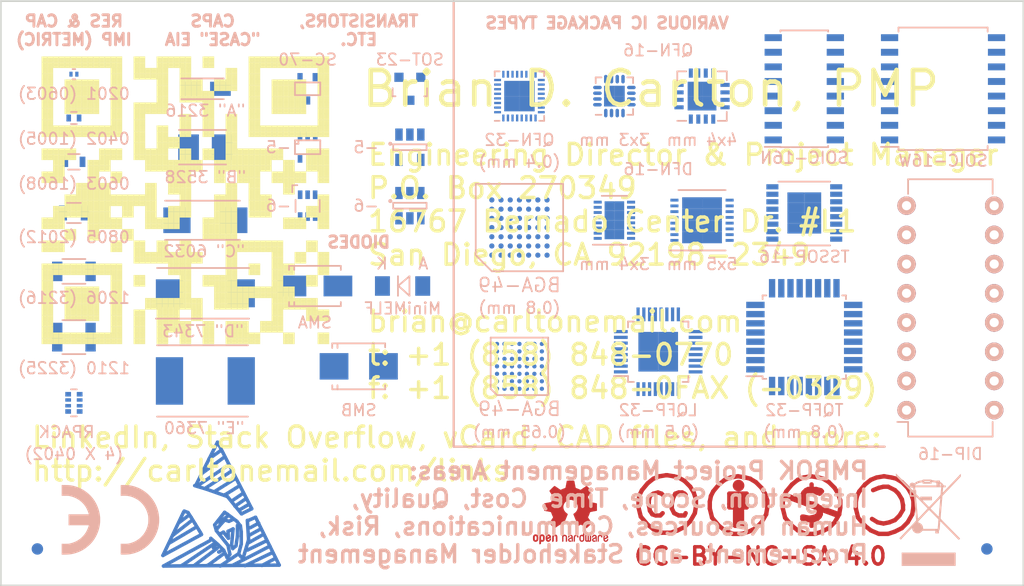
<source format=kicad_pcb>
(kicad_pcb (version 4) (host pcbnew 4.0.2-stable)
  (layers (0 F.Cu signal) (31 B.Cu signal) (34 B.Paste user) (35 F.Paste user) (36 B.SilkS user) (37 F.SilkS user) (38 B.Mask user) (39 F.Mask user) (44 Edge.Cuts user))
  (net 0 "")
  (module "business card:links" (layer F.Cu) (at 53.34 54.61)
    (fp_text reference links hide)
    (fp_text value "" (at 0 0) (layer F.SilkS))
  )
  (module Housings_QFP:LQFP-32-1EP_5x5mm_Pitch0.5mm (layer B.Cu) (at 107.95 81.28)
    (fp_text reference LQFP-32 (at 0 5.08) (layer B.SilkS) (effects (justify mirror)))
    (fp_text value LQFP-32-1EP_5x5mm_Pitch0.5mm)
    (pad 1 smd rect (at -3.25 1.75) (size 1.2 0.28) (layers B.Cu B.Paste B.Mask))
    (pad 2 smd rect (at -3.25 1.25) (size 1.2 0.28) (layers B.Cu B.Paste B.Mask))
    (pad 3 smd rect (at -3.25 0.75) (size 1.2 0.28) (layers B.Cu B.Paste B.Mask))
    (pad 4 smd rect (at -3.25 0.25) (size 1.2 0.28) (layers B.Cu B.Paste B.Mask))
    (pad 5 smd rect (at -3.25 -0.25) (size 1.2 0.28) (layers B.Cu B.Paste B.Mask))
    (pad 6 smd rect (at -3.25 -0.75) (size 1.2 0.28) (layers B.Cu B.Paste B.Mask))
    (pad 7 smd rect (at -3.25 -1.25) (size 1.2 0.28) (layers B.Cu B.Paste B.Mask))
    (pad 8 smd rect (at -3.25 -1.75) (size 1.2 0.28) (layers B.Cu B.Paste B.Mask))
    (pad 9 smd rect (at -1.75 -3.25 270) (size 1.2 0.28) (layers B.Cu B.Paste B.Mask))
    (pad 10 smd rect (at -1.25 -3.25 270) (size 1.2 0.28) (layers B.Cu B.Paste B.Mask))
    (pad 11 smd rect (at -0.75 -3.25 270) (size 1.2 0.28) (layers B.Cu B.Paste B.Mask))
    (pad 12 smd rect (at -0.25 -3.25 270) (size 1.2 0.28) (layers B.Cu B.Paste B.Mask))
    (pad 13 smd rect (at 0.25 -3.25 270) (size 1.2 0.28) (layers B.Cu B.Paste B.Mask))
    (pad 14 smd rect (at 0.75 -3.25 270) (size 1.2 0.28) (layers B.Cu B.Paste B.Mask))
    (pad 15 smd rect (at 1.25 -3.25 270) (size 1.2 0.28) (layers B.Cu B.Paste B.Mask))
    (pad 16 smd rect (at 1.75 -3.25 270) (size 1.2 0.28) (layers B.Cu B.Paste B.Mask))
    (pad 17 smd rect (at 3.25 -1.75) (size 1.2 0.28) (layers B.Cu B.Paste B.Mask))
    (pad 18 smd rect (at 3.25 -1.25) (size 1.2 0.28) (layers B.Cu B.Paste B.Mask))
    (pad 19 smd rect (at 3.25 -0.75) (size 1.2 0.28) (layers B.Cu B.Paste B.Mask))
    (pad 20 smd rect (at 3.25 -0.25) (size 1.2 0.28) (layers B.Cu B.Paste B.Mask))
    (pad 21 smd rect (at 3.25 0.25) (size 1.2 0.28) (layers B.Cu B.Paste B.Mask))
    (pad 22 smd rect (at 3.25 0.75) (size 1.2 0.28) (layers B.Cu B.Paste B.Mask))
    (pad 23 smd rect (at 3.25 1.25) (size 1.2 0.28) (layers B.Cu B.Paste B.Mask))
    (pad 24 smd rect (at 3.25 1.75) (size 1.2 0.28) (layers B.Cu B.Paste B.Mask))
    (pad 25 smd rect (at 1.75 3.25 270) (size 1.2 0.28) (layers B.Cu B.Paste B.Mask))
    (pad 26 smd rect (at 1.25 3.25 270) (size 1.2 0.28) (layers B.Cu B.Paste B.Mask))
    (pad 27 smd rect (at 0.75 3.25 270) (size 1.2 0.28) (layers B.Cu B.Paste B.Mask))
    (pad 28 smd rect (at 0.25 3.25 270) (size 1.2 0.28) (layers B.Cu B.Paste B.Mask))
    (pad 29 smd rect (at -0.25 3.25 270) (size 1.2 0.28) (layers B.Cu B.Paste B.Mask))
    (pad 30 smd rect (at -0.75 3.25 270) (size 1.2 0.28) (layers B.Cu B.Paste B.Mask))
    (pad 31 smd rect (at -1.25 3.25 270) (size 1.2 0.28) (layers B.Cu B.Paste B.Mask))
    (pad 32 smd rect (at -1.75 3.25 270) (size 1.2 0.28) (layers B.Cu B.Paste B.Mask))
    (pad 33 smd rect (at -0.8625 0.8625) (size 1.725 1.725) (layers B.Cu B.Paste B.Mask))
    (pad 33 smd rect (at 0.8625 0.8625) (size 1.725 1.725) (layers B.Cu B.Paste B.Mask))
    (pad 33 smd rect (at -0.8625 -0.8625) (size 1.725 1.725) (layers B.Cu B.Paste B.Mask))
    (pad 33 smd rect (at 0.8625 -0.8625) (size 1.725 1.725) (layers B.Cu B.Paste B.Mask))
  )
  (module Housings_DIP:DIP-16_W7.62mm (layer B.Cu) (at 129.54 86.36)
    (fp_text reference DIP-16 (at 3.81 3.81) (layer B.SilkS) (effects (justify mirror)))
    (fp_text value DIP-16_W7.62mm)
    (pad 1 thru_hole oval (at 0 0) (size 1.6 1.6) (drill 0.8) (layers *.Cu *.Mask B.SilkS))
    (pad 2 thru_hole oval (at 0 -2.54) (size 1.6 1.6) (drill 0.8) (layers *.Cu *.Mask B.SilkS))
    (pad 3 thru_hole oval (at 0 -5.08) (size 1.6 1.6) (drill 0.8) (layers *.Cu *.Mask B.SilkS))
    (pad 4 thru_hole oval (at 0 -7.62) (size 1.6 1.6) (drill 0.8) (layers *.Cu *.Mask B.SilkS))
    (pad 5 thru_hole oval (at 0 -10.16) (size 1.6 1.6) (drill 0.8) (layers *.Cu *.Mask B.SilkS))
    (pad 6 thru_hole oval (at 0 -12.7) (size 1.6 1.6) (drill 0.8) (layers *.Cu *.Mask B.SilkS))
    (pad 7 thru_hole oval (at 0 -15.24) (size 1.6 1.6) (drill 0.8) (layers *.Cu *.Mask B.SilkS))
    (pad 8 thru_hole oval (at 0 -17.78) (size 1.6 1.6) (drill 0.8) (layers *.Cu *.Mask B.SilkS))
    (pad 9 thru_hole oval (at 7.62 -17.78) (size 1.6 1.6) (drill 0.8) (layers *.Cu *.Mask B.SilkS))
    (pad 10 thru_hole oval (at 7.62 -15.24) (size 1.6 1.6) (drill 0.8) (layers *.Cu *.Mask B.SilkS))
    (pad 11 thru_hole oval (at 7.62 -12.7) (size 1.6 1.6) (drill 0.8) (layers *.Cu *.Mask B.SilkS))
    (pad 12 thru_hole oval (at 7.62 -10.16) (size 1.6 1.6) (drill 0.8) (layers *.Cu *.Mask B.SilkS))
    (pad 13 thru_hole oval (at 7.62 -7.62) (size 1.6 1.6) (drill 0.8) (layers *.Cu *.Mask B.SilkS))
    (pad 14 thru_hole oval (at 7.62 -5.08) (size 1.6 1.6) (drill 0.8) (layers *.Cu *.Mask B.SilkS))
    (pad 15 thru_hole oval (at 7.62 -2.54) (size 1.6 1.6) (drill 0.8) (layers *.Cu *.Mask B.SilkS))
    (pad 16 thru_hole oval (at 7.62 0) (size 1.6 1.6) (drill 0.8) (layers *.Cu *.Mask B.SilkS))
  )
  (module Housings_SOIC:SOIC-16W_7.5x10.3mm_Pitch1.27mm (layer B.Cu) (at 132.715 58.42)
    (fp_text reference SOIC-16W (at 0 6.25) (layer B.SilkS) (effects (justify mirror)))
    (fp_text value SOIC-16W_7.5x10.3mm_Pitch1.27mm)
    (pad 1 smd rect (at -4.65 4.445) (size 1.5 0.6) (layers B.Cu B.Paste B.Mask))
    (pad 2 smd rect (at -4.65 3.175) (size 1.5 0.6) (layers B.Cu B.Paste B.Mask))
    (pad 3 smd rect (at -4.65 1.905) (size 1.5 0.6) (layers B.Cu B.Paste B.Mask))
    (pad 4 smd rect (at -4.65 0.635) (size 1.5 0.6) (layers B.Cu B.Paste B.Mask))
    (pad 5 smd rect (at -4.65 -0.635) (size 1.5 0.6) (layers B.Cu B.Paste B.Mask))
    (pad 6 smd rect (at -4.65 -1.905) (size 1.5 0.6) (layers B.Cu B.Paste B.Mask))
    (pad 7 smd rect (at -4.65 -3.175) (size 1.5 0.6) (layers B.Cu B.Paste B.Mask))
    (pad 8 smd rect (at -4.65 -4.445) (size 1.5 0.6) (layers B.Cu B.Paste B.Mask))
    (pad 9 smd rect (at 4.65 -4.445) (size 1.5 0.6) (layers B.Cu B.Paste B.Mask))
    (pad 10 smd rect (at 4.65 -3.175) (size 1.5 0.6) (layers B.Cu B.Paste B.Mask))
    (pad 11 smd rect (at 4.65 -1.905) (size 1.5 0.6) (layers B.Cu B.Paste B.Mask))
    (pad 12 smd rect (at 4.65 -0.635) (size 1.5 0.6) (layers B.Cu B.Paste B.Mask))
    (pad 13 smd rect (at 4.65 0.635) (size 1.5 0.6) (layers B.Cu B.Paste B.Mask))
    (pad 14 smd rect (at 4.65 1.905) (size 1.5 0.6) (layers B.Cu B.Paste B.Mask))
    (pad 15 smd rect (at 4.65 3.175) (size 1.5 0.6) (layers B.Cu B.Paste B.Mask))
    (pad 16 smd rect (at 4.65 4.445) (size 1.5 0.6) (layers B.Cu B.Paste B.Mask))
  )
  (module Housings_DFN_QFN:QFN-16-1EP_4x4mm_Pitch0.65mm (layer B.Cu) (at 111.76 59.055)
    (fp_text reference "4x4 mm" (at 0 3.81) (layer B.SilkS) (effects (justify mirror)))
    (fp_text value QFN-16-1EP_4x4mm_Pitch0.65mm)
    (pad 1 smd rect (at -2 0.975) (size 0.8 0.35) (layers B.Cu B.Paste B.Mask))
    (pad 2 smd rect (at -2 0.325) (size 0.8 0.35) (layers B.Cu B.Paste B.Mask))
    (pad 3 smd rect (at -2 -0.325) (size 0.8 0.35) (layers B.Cu B.Paste B.Mask))
    (pad 4 smd rect (at -2 -0.975) (size 0.8 0.35) (layers B.Cu B.Paste B.Mask))
    (pad 5 smd rect (at -0.975 -2 270) (size 0.8 0.35) (layers B.Cu B.Paste B.Mask))
    (pad 6 smd rect (at -0.325 -2 270) (size 0.8 0.35) (layers B.Cu B.Paste B.Mask))
    (pad 7 smd rect (at 0.325 -2 270) (size 0.8 0.35) (layers B.Cu B.Paste B.Mask))
    (pad 8 smd rect (at 0.975 -2 270) (size 0.8 0.35) (layers B.Cu B.Paste B.Mask))
    (pad 9 smd rect (at 2 -0.975) (size 0.8 0.35) (layers B.Cu B.Paste B.Mask))
    (pad 10 smd rect (at 2 -0.325) (size 0.8 0.35) (layers B.Cu B.Paste B.Mask))
    (pad 11 smd rect (at 2 0.325) (size 0.8 0.35) (layers B.Cu B.Paste B.Mask))
    (pad 12 smd rect (at 2 0.975) (size 0.8 0.35) (layers B.Cu B.Paste B.Mask))
    (pad 13 smd rect (at 0.975 2 270) (size 0.8 0.35) (layers B.Cu B.Paste B.Mask))
    (pad 14 smd rect (at 0.325 2 270) (size 0.8 0.35) (layers B.Cu B.Paste B.Mask))
    (pad 15 smd rect (at -0.325 2 270) (size 0.8 0.35) (layers B.Cu B.Paste B.Mask))
    (pad 16 smd rect (at -0.975 2 270) (size 0.8 0.35) (layers B.Cu B.Paste B.Mask))
    (pad 17 smd rect (at 0.625 -0.625) (size 1.25 1.25) (layers B.Cu B.Paste B.Mask))
    (pad 17 smd rect (at 0.625 0.625) (size 1.25 1.25) (layers B.Cu B.Paste B.Mask))
    (pad 17 smd rect (at -0.625 -0.625) (size 1.25 1.25) (layers B.Cu B.Paste B.Mask))
    (pad 17 smd rect (at -0.625 0.625) (size 1.25 1.25) (layers B.Cu B.Paste B.Mask))
  )
  (module Housings_DFN_QFN:QFN-16-1EP_3x3mm_Pitch0.5mm (layer B.Cu) (at 104.14 59.055)
    (fp_text reference "3x3 mm" (at 0 3.81) (layer B.SilkS) (effects (justify mirror)))
    (fp_text value QFN-16-1EP_3x3mm_Pitch0.5mm)
    (pad 1 smd oval (at -1.475 0.75) (size 0.75 0.3) (layers B.Cu B.Paste B.Mask))
    (pad 2 smd oval (at -1.475 0.25) (size 0.75 0.3) (layers B.Cu B.Paste B.Mask))
    (pad 3 smd oval (at -1.475 -0.25) (size 0.75 0.3) (layers B.Cu B.Paste B.Mask))
    (pad 4 smd oval (at -1.475 -0.75) (size 0.75 0.3) (layers B.Cu B.Paste B.Mask))
    (pad 5 smd oval (at -0.75 -1.475 270) (size 0.75 0.3) (layers B.Cu B.Paste B.Mask))
    (pad 6 smd oval (at -0.25 -1.475 270) (size 0.75 0.3) (layers B.Cu B.Paste B.Mask))
    (pad 7 smd oval (at 0.25 -1.475 270) (size 0.75 0.3) (layers B.Cu B.Paste B.Mask))
    (pad 8 smd oval (at 0.75 -1.475 270) (size 0.75 0.3) (layers B.Cu B.Paste B.Mask))
    (pad 9 smd oval (at 1.475 -0.75) (size 0.75 0.3) (layers B.Cu B.Paste B.Mask))
    (pad 10 smd oval (at 1.475 -0.25) (size 0.75 0.3) (layers B.Cu B.Paste B.Mask))
    (pad 11 smd oval (at 1.475 0.25) (size 0.75 0.3) (layers B.Cu B.Paste B.Mask))
    (pad 12 smd oval (at 1.475 0.75) (size 0.75 0.3) (layers B.Cu B.Paste B.Mask))
    (pad 13 smd oval (at 0.75 1.475 270) (size 0.75 0.3) (layers B.Cu B.Paste B.Mask))
    (pad 14 smd oval (at 0.25 1.475 270) (size 0.75 0.3) (layers B.Cu B.Paste B.Mask))
    (pad 15 smd oval (at -0.25 1.475 270) (size 0.75 0.3) (layers B.Cu B.Paste B.Mask))
    (pad 16 smd oval (at -0.75 1.475 270) (size 0.75 0.3) (layers B.Cu B.Paste B.Mask))
    (pad 17 smd rect (at 0.45 -0.45) (size 0.9 0.9) (layers B.Cu B.Paste B.Mask))
    (pad 17 smd rect (at 0.45 0.45) (size 0.9 0.9) (layers B.Cu B.Paste B.Mask))
    (pad 17 smd rect (at -0.45 -0.45) (size 0.9 0.9) (layers B.Cu B.Paste B.Mask))
    (pad 17 smd rect (at -0.45 0.45) (size 0.9 0.9) (layers B.Cu B.Paste B.Mask))
  )
  (module Housings_SOIC:SOIC-16_3.9x9.9mm_Pitch1.27mm (layer B.Cu) (at 120.65 58.42)
    (fp_text reference SOIC-16N (at 0 6) (layer B.SilkS) (effects (justify mirror)))
    (fp_text value SOIC-16_3.9x9.9mm_Pitch1.27mm)
    (pad 1 smd rect (at -2.7 4.445) (size 1.5 0.6) (layers B.Cu B.Paste B.Mask))
    (pad 2 smd rect (at -2.7 3.175) (size 1.5 0.6) (layers B.Cu B.Paste B.Mask))
    (pad 3 smd rect (at -2.7 1.905) (size 1.5 0.6) (layers B.Cu B.Paste B.Mask))
    (pad 4 smd rect (at -2.7 0.635) (size 1.5 0.6) (layers B.Cu B.Paste B.Mask))
    (pad 5 smd rect (at -2.7 -0.635) (size 1.5 0.6) (layers B.Cu B.Paste B.Mask))
    (pad 6 smd rect (at -2.7 -1.905) (size 1.5 0.6) (layers B.Cu B.Paste B.Mask))
    (pad 7 smd rect (at -2.7 -3.175) (size 1.5 0.6) (layers B.Cu B.Paste B.Mask))
    (pad 8 smd rect (at -2.7 -4.445) (size 1.5 0.6) (layers B.Cu B.Paste B.Mask))
    (pad 9 smd rect (at 2.7 -4.445) (size 1.5 0.6) (layers B.Cu B.Paste B.Mask))
    (pad 10 smd rect (at 2.7 -3.175) (size 1.5 0.6) (layers B.Cu B.Paste B.Mask))
    (pad 11 smd rect (at 2.7 -1.905) (size 1.5 0.6) (layers B.Cu B.Paste B.Mask))
    (pad 12 smd rect (at 2.7 -0.635) (size 1.5 0.6) (layers B.Cu B.Paste B.Mask))
    (pad 13 smd rect (at 2.7 0.635) (size 1.5 0.6) (layers B.Cu B.Paste B.Mask))
    (pad 14 smd rect (at 2.7 1.905) (size 1.5 0.6) (layers B.Cu B.Paste B.Mask))
    (pad 15 smd rect (at 2.7 3.175) (size 1.5 0.6) (layers B.Cu B.Paste B.Mask))
    (pad 16 smd rect (at 2.7 4.445) (size 1.5 0.6) (layers B.Cu B.Paste B.Mask))
  )
  (module Resistors_SMD:R_0402 (layer B.Cu) (at 57.15 60.96)
    (fp_text reference "0402 (1005)" (at 0 1.8) (layer B.SilkS) (effects (justify mirror)))
    (fp_text value R_0402)
    (pad 1 smd rect (at -0.45 0) (size 0.4 0.6) (layers B.Cu B.Paste B.Mask))
    (pad 2 smd rect (at 0.45 0) (size 0.4 0.6) (layers B.Cu B.Paste B.Mask))
  )
  (module Resistors_SMD:R_0603 (layer B.Cu) (at 57.15 64.77)
    (fp_text reference "0603 (1608)" (at 0 1.9) (layer B.SilkS) (effects (justify mirror)))
    (fp_text value R_0603)
    (pad 1 smd rect (at -0.75 0) (size 0.5 0.9) (layers B.Cu B.Paste B.Mask))
    (pad 2 smd rect (at 0.75 0) (size 0.5 0.9) (layers B.Cu B.Paste B.Mask))
  )
  (module Resistors_SMD:R_0201 (layer B.Cu) (at 57.15 57.15)
    (fp_text reference "0201 (0603)" (at 0 1.7) (layer B.SilkS) (effects (justify mirror)))
    (fp_text value R_0201)
    (pad 1 smd rect (at -0.255 0) (size 0.28 0.43) (layers B.Cu B.Paste B.Mask))
    (pad 2 smd rect (at 0.255 0) (size 0.28 0.43) (layers B.Cu B.Paste B.Mask))
  )
  (module Resistors_SMD:R_0805 (layer B.Cu) (at 57.15 69.215)
    (fp_text reference "0805 (2012)" (at 0 2.1) (layer B.SilkS) (effects (justify mirror)))
    (fp_text value R_0805)
    (pad 1 smd rect (at -0.95 0) (size 0.7 1.3) (layers B.Cu B.Paste B.Mask))
    (pad 2 smd rect (at 0.95 0) (size 0.7 1.3) (layers B.Cu B.Paste B.Mask))
  )
  (module Resistors_SMD:R_1206 (layer B.Cu) (at 57.15 74.295)
    (fp_text reference "1206 (3216)" (at 0 2.3) (layer B.SilkS) (effects (justify mirror)))
    (fp_text value R_1206)
    (pad 1 smd rect (at -1.45 0) (size 0.9 1.7) (layers B.Cu B.Paste B.Mask))
    (pad 2 smd rect (at 1.45 0) (size 0.9 1.7) (layers B.Cu B.Paste B.Mask))
  )
  (module Resistors_SMD:R_1210 (layer B.Cu) (at 57.15 80.01)
    (fp_text reference "1210 (3225)" (at 0 2.7) (layer B.SilkS) (effects (justify mirror)))
    (fp_text value R_1210)
    (pad 1 smd rect (at -1.45 0) (size 0.9 2.5) (layers B.Cu B.Paste B.Mask))
    (pad 2 smd rect (at 1.45 0) (size 0.9 2.5) (layers B.Cu B.Paste B.Mask))
  )
  (module Capacitors_Tantalum_SMD:TantalC_SizeA_EIA-3216_Reflow (layer B.Cu) (at 68.58 58.42)
    (fp_text reference "\"A\" 3216" (at 0 1.9) (layer B.SilkS) (effects (justify mirror)))
    (fp_text value TantalC_SizeA_EIA-3216_Reflow)
    (pad 2 smd rect (at 1.31 0) (size 1.8 1.23) (layers B.Cu B.Paste B.Mask))
    (pad 1 smd rect (at -1.31 0) (size 1.8 1.23) (layers B.Cu B.Paste B.Mask))
  )
  (module Capacitors_Tantalum_SMD:TantalC_SizeB_EIA-3528_Reflow (layer B.Cu) (at 68.58 63.5)
    (fp_text reference "\"B\" 3528" (at 0 2.6) (layer B.SilkS) (effects (justify mirror)))
    (fp_text value TantalC_SizeB_EIA-3528_Reflow)
    (pad 2 smd rect (at 1.46 0) (size 1.8 2.23) (layers B.Cu B.Paste B.Mask))
    (pad 1 smd rect (at -1.46 0) (size 1.8 2.23) (layers B.Cu B.Paste B.Mask))
  )
  (module Capacitors_Tantalum_SMD:TantalC_SizeC_EIA-6032_Reflow (layer B.Cu) (at 68.58 69.85)
    (fp_text reference "\"C\" 6032" (at -0.1 2.7) (layer B.SilkS) (effects (justify mirror)))
    (fp_text value TantalC_SizeC_EIA-6032_Reflow)
    (pad 2 smd rect (at 2.47 0) (size 2.37 2.23) (layers B.Cu B.Paste B.Mask))
    (pad 1 smd rect (at -2.47 0) (size 2.37 2.23) (layers B.Cu B.Paste B.Mask))
  )
  (module TO_SOT_Packages_SMD:SOT-23 (layer B.Cu) (at 86.36 58.42)
    (fp_text reference SOT-23 (at 0 -2.54) (layer B.SilkS) (effects (justify mirror)))
    (fp_text value SOT-23)
    (pad 1 smd rect (at -0.95 -1.00076) (size 0.8001 0.8001) (layers B.Cu B.Paste B.Mask))
    (pad 2 smd rect (at 0.95 -1.00076) (size 0.8001 0.8001) (layers B.Cu B.Paste B.Mask))
    (pad 3 smd rect (at 0 0.99822) (size 0.8001 0.8001) (layers B.Cu B.Paste B.Mask))
  )
  (module TO_SOT_Packages_SMD:SOT-23-5 (layer B.Cu) (at 86.36 63.5 270)
    (fp_text reference -5 (at 0 3.81 360) (layer B.SilkS) (effects (justify mirror)))
    (fp_text value SOT-23-5)
    (pad 1 smd rect (at -1.1 0.95 270) (size 1.06 0.65) (layers B.Cu B.Paste B.Mask))
    (pad 2 smd rect (at -1.1 0 270) (size 1.06 0.65) (layers B.Cu B.Paste B.Mask))
    (pad 3 smd rect (at -1.1 -0.95 270) (size 1.06 0.65) (layers B.Cu B.Paste B.Mask))
    (pad 4 smd rect (at 1.1 -0.95 270) (size 1.06 0.65) (layers B.Cu B.Paste B.Mask))
    (pad 5 smd rect (at 1.1 0.95 270) (size 1.06 0.65) (layers B.Cu B.Paste B.Mask))
  )
  (module TO_SOT_Packages_SMD:SOT-23-6 (layer B.Cu) (at 86.36 68.58 270)
    (fp_text reference -6 (at 0 3.81 360) (layer B.SilkS) (effects (justify mirror)))
    (fp_text value SOT-23-6)
    (pad 1 smd rect (at -1.1 0.95 270) (size 1.06 0.65) (layers B.Cu B.Paste B.Mask))
    (pad 2 smd rect (at -1.1 0 270) (size 1.06 0.65) (layers B.Cu B.Paste B.Mask))
    (pad 3 smd rect (at -1.1 -0.95 270) (size 1.06 0.65) (layers B.Cu B.Paste B.Mask))
    (pad 4 smd rect (at 1.1 -0.95 270) (size 1.06 0.65) (layers B.Cu B.Paste B.Mask))
    (pad 6 smd rect (at 1.1 0.95 270) (size 1.06 0.65) (layers B.Cu B.Paste B.Mask))
    (pad 5 smd rect (at 1.1 0 270) (size 1.06 0.65) (layers B.Cu B.Paste B.Mask))
  )
  (module Capacitors_Tantalum_SMD:TantalC_SizeD_EIA-7343_Reflow (layer B.Cu) (at 68.58 76.2)
    (fp_text reference "\"D\" 7343" (at -0.20066 3.29946) (layer B.SilkS) (effects (justify mirror)))
    (fp_text value TantalC_SizeD_EIA-7343_Reflow)
    (pad 2 smd rect (at 3.12 0) (size 2.37 2.43) (layers B.Cu B.Paste B.Mask))
    (pad 1 smd rect (at -3.12 0) (size 2.37 2.43) (layers B.Cu B.Paste B.Mask))
  )
  (module Capacitors_Tantalum_SMD:TantalC_SizeE_EIA-7360_Reflow (layer B.Cu) (at 68.58 83.82)
    (fp_text reference "\"E\" 7360" (at -0.09906 4.09956) (layer B.SilkS) (effects (justify mirror)))
    (fp_text value TantalC_SizeE_EIA-7360_Reflow)
    (pad 2 smd rect (at 3.12 0) (size 2.37 4.13) (layers B.Cu B.Paste B.Mask))
    (pad 1 smd rect (at -3.12 0) (size 2.37 4.13) (layers B.Cu B.Paste B.Mask))
  )
  (module Resistors_SMD:R_Array_Convex_4x0402 (layer B.Cu) (at 57.15 85.725)
    (fp_text reference RPACK (at -0.635 2.54) (layer B.SilkS) (effects (justify mirror)))
    (fp_text value R_Array_Convex_4x0402)
    (pad 1 smd rect (at -0.5 0.75) (size 0.5 0.4) (layers B.Cu B.Paste B.Mask))
    (pad 3 smd rect (at -0.5 -0.25) (size 0.5 0.3) (layers B.Cu B.Paste B.Mask))
    (pad 2 smd rect (at -0.5 0.25) (size 0.5 0.3) (layers B.Cu B.Paste B.Mask))
    (pad 4 smd rect (at -0.5 -0.75) (size 0.5 0.4) (layers B.Cu B.Paste B.Mask))
    (pad 7 smd rect (at 0.5 0.25) (size 0.5 0.3) (layers B.Cu B.Paste B.Mask))
    (pad 8 smd rect (at 0.5 0.75) (size 0.5 0.4) (layers B.Cu B.Paste B.Mask))
    (pad 6 smd rect (at 0.5 -0.25) (size 0.5 0.3) (layers B.Cu B.Paste B.Mask))
    (pad 5 smd rect (at 0.5 -0.75) (size 0.5 0.4) (layers B.Cu B.Paste B.Mask))
  )
  (module TO_SOT_Packages_SMD:SC-70 (layer B.Cu) (at 77.47 58.42)
    (fp_text reference SC-70 (at 0 -2.54) (layer B.SilkS) (effects (justify mirror)))
    (fp_text value SC-70)
    (pad 1 smd rect (at -0.6604 -1.016) (size 0.4572 0.7112) (layers B.Cu B.Paste B.Mask))
    (pad 2 smd rect (at 0.6604 -1.016) (size 0.4572 0.7112) (layers B.Cu B.Paste B.Mask))
    (pad 3 smd rect (at 0 1.016) (size 0.4572 0.7112) (layers B.Cu B.Paste B.Mask))
  )
  (module TO_SOT_Packages_SMD:SC-70-5 (layer B.Cu) (at 77.47 63.5)
    (fp_text reference -5 (at -2.54 0) (layer B.SilkS) (effects (justify mirror)))
    (fp_text value SC-70-5)
    (pad 1 smd rect (at -0.6604 -1.016) (size 0.4064 0.6604) (layers B.Cu B.Paste B.Mask))
    (pad 3 smd rect (at 0.6604 -1.016) (size 0.4064 0.6604) (layers B.Cu B.Paste B.Mask))
    (pad 2 smd rect (at 0 -1.016) (size 0.4064 0.6604) (layers B.Cu B.Paste B.Mask))
    (pad 4 smd rect (at 0.6604 1.016) (size 0.4064 0.6604) (layers B.Cu B.Paste B.Mask))
    (pad 5 smd rect (at -0.6604 1.016) (size 0.4064 0.6604) (layers B.Cu B.Paste B.Mask))
  )
  (module TO_SOT_Packages_SMD:SC-70-6 (layer B.Cu) (at 77.47 68.58)
    (fp_text reference -6 (at -2.54 0) (layer B.SilkS) (effects (justify mirror)))
    (fp_text value SC-70-6)
    (pad 1 smd rect (at -0.65024 -0.94996) (size 0.39878 0.7493) (layers B.Cu B.Paste B.Mask))
    (pad 2 smd rect (at 0 -0.94996) (size 0.39878 0.7493) (layers B.Cu B.Paste B.Mask))
    (pad 3 smd rect (at 0.65024 -0.94996) (size 0.39878 0.7493) (layers B.Cu B.Paste B.Mask))
    (pad 4 smd rect (at 0.65024 0.94996) (size 0.39878 0.7493) (layers B.Cu B.Paste B.Mask))
    (pad 5 smd rect (at 0 0.94996) (size 0.39878 0.7493) (layers B.Cu B.Paste B.Mask))
    (pad 6 smd rect (at -0.65024 0.94996) (size 0.39878 0.7493) (layers B.Cu B.Paste B.Mask))
  )
  (module Diodes_SMD:SMA_Standard (layer B.Cu) (at 78.105 75.565)
    (fp_text reference SMA (at 0 3.175) (layer B.SilkS) (effects (justify mirror)))
    (fp_text value SMA_Standard)
    (pad 1 smd rect (at -1.99898 0) (size 2.49936 1.80086) (layers B.Cu B.Paste B.Mask))
    (pad 2 smd rect (at 1.99898 0) (size 2.49936 1.80086) (layers B.Cu B.Paste B.Mask))
  )
  (module Diodes_SMD:SMB_Standard (layer B.Cu) (at 81.915 82.55)
    (fp_text reference SMB (at 0 3.81) (layer B.SilkS) (effects (justify mirror)))
    (fp_text value SMB_Standard)
    (pad 1 smd rect (at -2.14884 0) (size 2.49936 2.30124) (layers B.Cu B.Paste B.Mask))
    (pad 2 smd rect (at 2.14884 0) (size 2.49936 2.30124) (layers B.Cu B.Paste B.Mask))
  )
  (module Housings_QFP:TQFP-32_7x7mm_Pitch0.8mm (layer B.Cu) (at 120.65 80.01)
    (fp_text reference TQFP-32 (at 0 6.35) (layer B.SilkS) (effects (justify mirror)))
    (fp_text value TQFP-32_7x7mm_Pitch0.8mm)
    (pad 1 smd rect (at -4.25 2.8) (size 1.6 0.55) (layers B.Cu B.Paste B.Mask))
    (pad 2 smd rect (at -4.25 2) (size 1.6 0.55) (layers B.Cu B.Paste B.Mask))
    (pad 3 smd rect (at -4.25 1.2) (size 1.6 0.55) (layers B.Cu B.Paste B.Mask))
    (pad 4 smd rect (at -4.25 0.4) (size 1.6 0.55) (layers B.Cu B.Paste B.Mask))
    (pad 5 smd rect (at -4.25 -0.4) (size 1.6 0.55) (layers B.Cu B.Paste B.Mask))
    (pad 6 smd rect (at -4.25 -1.2) (size 1.6 0.55) (layers B.Cu B.Paste B.Mask))
    (pad 7 smd rect (at -4.25 -2) (size 1.6 0.55) (layers B.Cu B.Paste B.Mask))
    (pad 8 smd rect (at -4.25 -2.8) (size 1.6 0.55) (layers B.Cu B.Paste B.Mask))
    (pad 9 smd rect (at -2.8 -4.25 270) (size 1.6 0.55) (layers B.Cu B.Paste B.Mask))
    (pad 10 smd rect (at -2 -4.25 270) (size 1.6 0.55) (layers B.Cu B.Paste B.Mask))
    (pad 11 smd rect (at -1.2 -4.25 270) (size 1.6 0.55) (layers B.Cu B.Paste B.Mask))
    (pad 12 smd rect (at -0.4 -4.25 270) (size 1.6 0.55) (layers B.Cu B.Paste B.Mask))
    (pad 13 smd rect (at 0.4 -4.25 270) (size 1.6 0.55) (layers B.Cu B.Paste B.Mask))
    (pad 14 smd rect (at 1.2 -4.25 270) (size 1.6 0.55) (layers B.Cu B.Paste B.Mask))
    (pad 15 smd rect (at 2 -4.25 270) (size 1.6 0.55) (layers B.Cu B.Paste B.Mask))
    (pad 16 smd rect (at 2.8 -4.25 270) (size 1.6 0.55) (layers B.Cu B.Paste B.Mask))
    (pad 17 smd rect (at 4.25 -2.8) (size 1.6 0.55) (layers B.Cu B.Paste B.Mask))
    (pad 18 smd rect (at 4.25 -2) (size 1.6 0.55) (layers B.Cu B.Paste B.Mask))
    (pad 19 smd rect (at 4.25 -1.2) (size 1.6 0.55) (layers B.Cu B.Paste B.Mask))
    (pad 20 smd rect (at 4.25 -0.4) (size 1.6 0.55) (layers B.Cu B.Paste B.Mask))
    (pad 21 smd rect (at 4.25 0.4) (size 1.6 0.55) (layers B.Cu B.Paste B.Mask))
    (pad 22 smd rect (at 4.25 1.2) (size 1.6 0.55) (layers B.Cu B.Paste B.Mask))
    (pad 23 smd rect (at 4.25 2) (size 1.6 0.55) (layers B.Cu B.Paste B.Mask))
    (pad 24 smd rect (at 4.25 2.8) (size 1.6 0.55) (layers B.Cu B.Paste B.Mask))
    (pad 25 smd rect (at 2.8 4.25 270) (size 1.6 0.55) (layers B.Cu B.Paste B.Mask))
    (pad 26 smd rect (at 2 4.25 270) (size 1.6 0.55) (layers B.Cu B.Paste B.Mask))
    (pad 27 smd rect (at 1.2 4.25 270) (size 1.6 0.55) (layers B.Cu B.Paste B.Mask))
    (pad 28 smd rect (at 0.4 4.25 270) (size 1.6 0.55) (layers B.Cu B.Paste B.Mask))
    (pad 29 smd rect (at -0.4 4.25 270) (size 1.6 0.55) (layers B.Cu B.Paste B.Mask))
    (pad 30 smd rect (at -1.2 4.25 270) (size 1.6 0.55) (layers B.Cu B.Paste B.Mask))
    (pad 31 smd rect (at -2 4.25 270) (size 1.6 0.55) (layers B.Cu B.Paste B.Mask))
    (pad 32 smd rect (at -2.8 4.25 270) (size 1.6 0.55) (layers B.Cu B.Paste B.Mask))
  )
  (module Housings_SSOP:TSSOP-16-1EP_4.4x5mm_Pitch0.65mm (layer B.Cu) (at 120.65 69.215)
    (fp_text reference TSSOP-16 (at 0 3.81) (layer B.SilkS) (effects (justify mirror)))
    (fp_text value TSSOP-16-1EP_4.4x5mm_Pitch0.65mm)
    (pad 1 smd rect (at -2.775 2.275) (size 1.05 0.45) (layers B.Cu B.Paste B.Mask))
    (pad 2 smd rect (at -2.775 1.625) (size 1.05 0.45) (layers B.Cu B.Paste B.Mask))
    (pad 3 smd rect (at -2.775 0.975) (size 1.05 0.45) (layers B.Cu B.Paste B.Mask))
    (pad 4 smd rect (at -2.775 0.325) (size 1.05 0.45) (layers B.Cu B.Paste B.Mask))
    (pad 5 smd rect (at -2.775 -0.325) (size 1.05 0.45) (layers B.Cu B.Paste B.Mask))
    (pad 6 smd rect (at -2.775 -0.975) (size 1.05 0.45) (layers B.Cu B.Paste B.Mask))
    (pad 7 smd rect (at -2.775 -1.625) (size 1.05 0.45) (layers B.Cu B.Paste B.Mask))
    (pad 8 smd rect (at -2.775 -2.275) (size 1.05 0.45) (layers B.Cu B.Paste B.Mask))
    (pad 9 smd rect (at 2.775 -2.275) (size 1.05 0.45) (layers B.Cu B.Paste B.Mask))
    (pad 10 smd rect (at 2.775 -1.625) (size 1.05 0.45) (layers B.Cu B.Paste B.Mask))
    (pad 11 smd rect (at 2.775 -0.975) (size 1.05 0.45) (layers B.Cu B.Paste B.Mask))
    (pad 12 smd rect (at 2.775 -0.325) (size 1.05 0.45) (layers B.Cu B.Paste B.Mask))
    (pad 13 smd rect (at 2.775 0.325) (size 1.05 0.45) (layers B.Cu B.Paste B.Mask))
    (pad 14 smd rect (at 2.775 0.975) (size 1.05 0.45) (layers B.Cu B.Paste B.Mask))
    (pad 15 smd rect (at 2.775 1.625) (size 1.05 0.45) (layers B.Cu B.Paste B.Mask))
    (pad 16 smd rect (at 2.775 2.275) (size 1.05 0.45) (layers B.Cu B.Paste B.Mask))
    (pad 17 smd rect (at 0.735 -1.3425) (size 1.47 0.895) (layers B.Cu B.Paste B.Mask))
    (pad 17 smd rect (at 0.735 -0.4475) (size 1.47 0.895) (layers B.Cu B.Paste B.Mask))
    (pad 17 smd rect (at 0.735 0.4475) (size 1.47 0.895) (layers B.Cu B.Paste B.Mask))
    (pad 17 smd rect (at 0.735 1.3425) (size 1.47 0.895) (layers B.Cu B.Paste B.Mask))
    (pad 17 smd rect (at -0.735 -1.3425) (size 1.47 0.895) (layers B.Cu B.Paste B.Mask))
    (pad 17 smd rect (at -0.735 -0.4475) (size 1.47 0.895) (layers B.Cu B.Paste B.Mask))
    (pad 17 smd rect (at -0.735 0.4475) (size 1.47 0.895) (layers B.Cu B.Paste B.Mask))
    (pad 17 smd rect (at -0.735 1.3425) (size 1.47 0.895) (layers B.Cu B.Paste B.Mask))
  )
  (module Symbols:CE-Logo_8.5x6mm_SilkScreen (layer B.Cu) (at 60.325 95.885 180)
    (fp_text reference REF*** hide)
    (fp_text value CE-Logo_8.5x6mm_SilkScreen hide)
  )
  (module Symbols:Symbol_ESD-Logo_CopperTop (layer B.Cu) (at 69.85 96.52 180)
    (fp_text reference REF** hide)
    (fp_text value Symbol_ESD-Logo_CopperTop)
    (fp_line (start -0.65024 0.92964) (end 0.06096 0.4191) (layer B.Cu) (width 0.3048))
    (fp_line (start 0.5207 -1.4605) (end 3.25882 -3.31216) (layer B.Cu) (width 0.3048))
    (fp_line (start 3.25882 -3.31216) (end 3.27914 -3.31216) (layer B.Cu) (width 0.3048))
    (fp_line (start 0.23876 -1.8415) (end 2.16916 -3.29184) (layer B.Cu) (width 0.3048))
    (fp_line (start -0.35052 -2.30124) (end 1.02108 -3.31216) (layer B.Cu) (width 0.3048))
    (fp_line (start 1.02108 -3.31216) (end 1.04902 -3.31216) (layer B.Cu) (width 0.3048))
    (fp_line (start -1.53924 -2.37236) (end -0.02032 -3.3909) (layer B.Cu) (width 0.3048))
    (fp_line (start -4.77012 -2.75082) (end -3.64998 -3.34264) (layer B.Cu) (width 0.3048))
    (fp_line (start -4.5593 -2.2225) (end -2.17932 -3.36042) (layer B.Cu) (width 0.3048))
    (fp_line (start -4.34086 -1.66116) (end -1.14046 -3.31216) (layer B.Cu) (width 0.3048))
    (fp_line (start -4.03098 -1.20142) (end -2.41046 -1.99136) (layer B.Cu) (width 0.3048))
    (fp_line (start -2.41046 -1.99136) (end -2.37998 -1.99136) (layer B.Cu) (width 0.3048))
    (fp_line (start -3.74904 -0.65278) (end -2.46126 -1.38176) (layer B.Cu) (width 0.3048))
    (fp_line (start -3.55092 -0.16256) (end -2.47904 -0.75184) (layer B.Cu) (width 0.3048))
    (fp_line (start -3.37058 0.33782) (end -2.6289 -0.06096) (layer B.Cu) (width 0.3048))
    (fp_line (start 2.1209 -0.04064) (end 4.37896 -1.38176) (layer B.Cu) (width 0.3048))
    (fp_line (start 2.4511 0.56896) (end 4.09956 -0.72136) (layer B.Cu) (width 0.3048))
    (fp_line (start 2.70002 1.0287) (end 3.54076 0.39878) (layer B.Cu) (width 0.3048))
    (fp_line (start -2.50952 1.9685) (end -1.6891 1.48844) (layer B.Cu) (width 0.3048))
    (fp_line (start -2.23012 2.44856) (end -1.31064 1.81864) (layer B.Cu) (width 0.3048))
    (fp_line (start -1.31064 1.81864) (end -1.31064 1.83896) (layer B.Cu) (width 0.3048))
    (fp_line (start -2.04978 2.9591) (end -1.03124 2.26822) (layer B.Cu) (width 0.3048))
    (fp_line (start -1.71958 3.59918) (end -0.44958 2.80924) (layer B.Cu) (width 0.3048))
    (fp_line (start -0.44958 2.80924) (end -0.4191 2.80924) (layer B.Cu) (width 0.3048))
    (fp_line (start -1.3589 4.2291) (end 0.45974 3.08864) (layer B.Cu) (width 0.3048))
    (fp_line (start -1.01092 4.86918) (end 1.19888 3.41884) (layer B.Cu) (width 0.3048))
    (fp_line (start -0.7493 5.3975) (end 1.85928 3.64744) (layer B.Cu) (width 0.3048))
    (fp_line (start -0.35052 6.0579) (end 1.57988 4.65836) (layer B.Cu) (width 0.3048))
    (fp_line (start -0.0889 6.6675) (end 0.94996 5.92836) (layer B.Cu) (width 0.3048))
    (fp_line (start -1.10998 0.6477) (end -0.77978 0.49784) (layer B.Cu) (width 0.3048))
    (fp_line (start -0.77978 0.49784) (end -0.4191 0.61722) (layer B.Cu) (width 0.3048))
    (fp_line (start -0.4191 0.61722) (end 0.06096 0.0889) (layer B.Cu) (width 0.3048))
    (fp_line (start 0.06096 0.0889) (end 0.23876 -0.14224) (layer B.Cu) (width 0.3048))
    (fp_line (start -1.51892 0.1397) (end -1.51892 -0.80264) (layer B.Cu) (width 0.3048))
    (fp_line (start -1.51892 -0.80264) (end -1.38938 -1.64084) (layer B.Cu) (width 0.3048))
    (fp_line (start -1.38938 -1.64084) (end -1.10998 -1.87198) (layer B.Cu) (width 0.3048))
    (fp_line (start -1.10998 -1.87198) (end -1.01092 -1.5621) (layer B.Cu) (width 0.3048))
    (fp_line (start -1.01092 -1.5621) (end -1.14046 -0.16256) (layer B.Cu) (width 0.3048))
    (fp_line (start -1.14046 -0.16256) (end -0.70104 -0.37084) (layer B.Cu) (width 0.3048))
    (fp_line (start -0.70104 -0.37084) (end -0.72898 -0.98044) (layer B.Cu) (width 0.3048))
    (fp_line (start -0.72898 -0.98044) (end -0.29972 -0.44196) (layer B.Cu) (width 0.3048))
    (fp_line (start -0.29972 -0.44196) (end -0.07112 -0.5715) (layer B.Cu) (width 0.3048))
    (fp_line (start -2.46126 0.56896) (end -3.09118 0.84836) (layer B.Cu) (width 0.3048))
    (fp_line (start -3.09118 0.84836) (end -5.15112 -3.31216) (layer B.Cu) (width 0.3048))
    (fp_line (start -5.15112 -3.31216) (end 4.90982 -3.3909) (layer B.Cu) (width 0.3048))
    (fp_line (start 4.90982 -3.3909) (end 0.86868 -1.1811) (layer B.Cu) (width 0.3048))
    (fp_line (start 2.09042 3.64744) (end 0.21082 7.3787) (layer B.Cu) (width 0.3048))
    (fp_line (start 0.21082 7.3787) (end -2.76098 1.5875) (layer B.Cu) (width 0.3048))
    (fp_line (start -2.76098 1.5875) (end -1.89992 1.15824) (layer B.Cu) (width 0.3048))
    (fp_line (start -1.89992 1.15824) (end -1.86944 1.15824) (layer B.Cu) (width 0.3048))
    (fp_line (start 3.15976 1.3081) (end 4.96062 -2.47142) (layer B.Cu) (width 0.3048))
    (fp_line (start 4.96062 -2.47142) (end 1.61036 -0.65278) (layer B.Cu) (width 0.3048))
    (fp_line (start 1.61036 -0.65278) (end 1.67894 -0.6223) (layer B.Cu) (width 0.3048))
    (fp_line (start -0.22098 -1.99136) (end 0.07874 -2.1717) (layer B.Cu) (width 0.3048))
    (fp_line (start 0.07874 -2.1717) (end 0.10922 -2.1717) (layer B.Cu) (width 0.3048))
    (fp_line (start 0.30988 -1.4605) (end 0.56896 -1.81102) (layer B.Cu) (width 0.3048))
    (fp_line (start 2.19964 3.59918) (end 1.24968 3.31724) (layer B.Cu) (width 0.3048))
    (fp_line (start 1.24968 3.31724) (end -0.65024 2.64922) (layer B.Cu) (width 0.3048))
    (fp_line (start -0.65024 2.64922) (end -1.8796 1.13792) (layer B.Cu) (width 0.3048))
    (fp_line (start -2.37998 0.57912) (end -2.4892 -1.10236) (layer B.Cu) (width 0.3048))
    (fp_line (start -2.4892 -1.10236) (end -1.99136 -2.77114) (layer B.Cu) (width 0.3048))
    (fp_line (start -1.99136 -2.77114) (end -1.62052 -2.35204) (layer B.Cu) (width 0.3048))
    (fp_line (start -1.62052 -2.35204) (end -1.84912 -1.48082) (layer B.Cu) (width 0.3048))
    (fp_line (start -1.84912 -1.48082) (end -1.84912 -0.42164) (layer B.Cu) (width 0.3048))
    (fp_line (start -1.84912 -0.42164) (end -1.77038 0.11938) (layer B.Cu) (width 0.3048))
    (fp_line (start -1.77038 0.11938) (end -1.71958 0.16764) (layer B.Cu) (width 0.3048))
    (fp_line (start -1.71958 0.16764) (end -1.47066 0.49784) (layer B.Cu) (width 0.3048))
    (fp_line (start -1.47066 0.49784) (end -0.62992 1.12776) (layer B.Cu) (width 0.3048))
    (fp_line (start -0.62992 1.12776) (end -0.40132 1.27762) (layer B.Cu) (width 0.3048))
    (fp_line (start -0.40132 1.27762) (end 0.45974 0.18796) (layer B.Cu) (width 0.3048))
    (fp_line (start 0.45974 0.18796) (end 0.30988 -0.32258) (layer B.Cu) (width 0.3048))
    (fp_line (start 0.30988 -0.32258) (end -0.70104 -1.59258) (layer B.Cu) (width 0.3048))
    (fp_line (start -0.70104 -1.59258) (end -0.86106 -2.37236) (layer B.Cu) (width 0.3048))
    (fp_line (start -0.86106 -2.37236) (end -0.62992 -2.68224) (layer B.Cu) (width 0.3048))
    (fp_line (start -0.62992 -2.68224) (end -0.32004 -2.02184) (layer B.Cu) (width 0.3048))
    (fp_line (start -0.32004 -2.02184) (end 0.1905 -1.5113) (layer B.Cu) (width 0.3048))
    (fp_line (start 0.1905 -1.5113) (end 0.8001 -0.98044) (layer B.Cu) (width 0.3048))
    (fp_line (start 1.65862 -0.54102) (end 2.16916 0.28956) (layer B.Cu) (width 0.3048))
    (fp_line (start 2.16916 0.28956) (end 2.49936 0.82804) (layer B.Cu) (width 0.3048))
    (fp_line (start 2.49936 0.82804) (end 2.77876 1.2573) (layer B.Cu) (width 0.3048))
    (fp_line (start 2.77876 1.2573) (end 3.10896 1.38938) (layer B.Cu) (width 0.3048))
  )
  (module Symbols:WEEE-Logo_5.6x8mm_SilkScreen (layer B.Cu) (at 131.445 95.885 180)
    (fp_text reference REF*** hide)
    (fp_text value WEEE-Logo_5.6x8mm_SilkScreen hide)
  )
  (module Diodes_SMD:MiniMELF_Standard (layer B.Cu) (at 85.725 75.565)
    (fp_text reference MiniMELF (at 0 1.95 180) (layer B.SilkS) (effects (justify mirror)))
    (fp_text value MiniMELF_Standard)
    (fp_text user K (at -1.8 -1.95) (layer B.SilkS) (effects (justify mirror)))
    (fp_text user A (at 1.8 -1.95) (layer B.SilkS) (effects (justify mirror)))
    (pad 1 smd rect (at -1.75006 0) (size 1.30048 1.69926) (layers B.Cu B.Paste B.Mask))
    (pad 2 smd rect (at 1.75006 0) (size 1.30048 1.69926) (layers B.Cu B.Paste B.Mask))
  )
  (module Housings_DFN_QFN:DFN-16-1EP_5x5mm_Pitch0.5mm (layer B.Cu) (at 111.76 69.85)
    (fp_text reference "5x5 mm" (at 0 3.81) (layer B.SilkS) (effects (justify mirror)))
    (fp_text value DFN-16-1EP_5x5mm_Pitch0.5mm)
    (pad 1 smd rect (at -2.4 1.75) (size 0.7 0.25) (layers B.Cu B.Paste B.Mask))
    (pad 2 smd rect (at -2.4 1.25) (size 0.7 0.25) (layers B.Cu B.Paste B.Mask))
    (pad 3 smd rect (at -2.4 0.75) (size 0.7 0.25) (layers B.Cu B.Paste B.Mask))
    (pad 4 smd rect (at -2.4 0.25) (size 0.7 0.25) (layers B.Cu B.Paste B.Mask))
    (pad 5 smd rect (at -2.4 -0.25) (size 0.7 0.25) (layers B.Cu B.Paste B.Mask))
    (pad 6 smd rect (at -2.4 -0.75) (size 0.7 0.25) (layers B.Cu B.Paste B.Mask))
    (pad 7 smd rect (at -2.4 -1.25) (size 0.7 0.25) (layers B.Cu B.Paste B.Mask))
    (pad 8 smd rect (at -2.4 -1.75) (size 0.7 0.25) (layers B.Cu B.Paste B.Mask))
    (pad 9 smd rect (at 2.4 -1.75) (size 0.7 0.25) (layers B.Cu B.Paste B.Mask))
    (pad 10 smd rect (at 2.4 -1.25) (size 0.7 0.25) (layers B.Cu B.Paste B.Mask))
    (pad 11 smd rect (at 2.4 -0.75) (size 0.7 0.25) (layers B.Cu B.Paste B.Mask))
    (pad 12 smd rect (at 2.4 -0.25) (size 0.7 0.25) (layers B.Cu B.Paste B.Mask))
    (pad 13 smd rect (at 2.4 0.25) (size 0.7 0.25) (layers B.Cu B.Paste B.Mask))
    (pad 14 smd rect (at 2.4 0.75) (size 0.7 0.25) (layers B.Cu B.Paste B.Mask))
    (pad 15 smd rect (at 2.4 1.25) (size 0.7 0.25) (layers B.Cu B.Paste B.Mask))
    (pad 16 smd rect (at 2.4 1.75) (size 0.7 0.25) (layers B.Cu B.Paste B.Mask))
    (pad 17 smd rect (at 0.865 -1.5) (size 1.73 1) (layers B.Cu B.Paste B.Mask))
    (pad 17 smd rect (at 0.865 -0.5) (size 1.73 1) (layers B.Cu B.Paste B.Mask))
    (pad 17 smd rect (at 0.865 0.5) (size 1.73 1) (layers B.Cu B.Paste B.Mask))
    (pad 17 smd rect (at 0.865 1.5) (size 1.73 1) (layers B.Cu B.Paste B.Mask))
    (pad 17 smd rect (at -0.865 -1.5) (size 1.73 1) (layers B.Cu B.Paste B.Mask))
    (pad 17 smd rect (at -0.865 -0.5) (size 1.73 1) (layers B.Cu B.Paste B.Mask))
    (pad 17 smd rect (at -0.865 0.5) (size 1.73 1) (layers B.Cu B.Paste B.Mask))
    (pad 17 smd rect (at -0.865 1.5) (size 1.73 1) (layers B.Cu B.Paste B.Mask))
  )
  (module Housings_DFN_QFN:DFN-16-1EP_3x4mm_Pitch0.45mm (layer B.Cu) (at 104.14 69.85)
    (fp_text reference "3x4 mm" (at 0 3.81) (layer B.SilkS) (effects (justify mirror)))
    (fp_text value DFN-16-1EP_3x4mm_Pitch0.45mm)
    (pad 1 smd rect (at -1.45 1.575) (size 0.7 0.25) (layers B.Cu B.Paste B.Mask))
    (pad 2 smd rect (at -1.45 1.125) (size 0.7 0.25) (layers B.Cu B.Paste B.Mask))
    (pad 3 smd rect (at -1.45 0.675) (size 0.7 0.25) (layers B.Cu B.Paste B.Mask))
    (pad 4 smd rect (at -1.45 0.225) (size 0.7 0.25) (layers B.Cu B.Paste B.Mask))
    (pad 5 smd rect (at -1.45 -0.225) (size 0.7 0.25) (layers B.Cu B.Paste B.Mask))
    (pad 6 smd rect (at -1.45 -0.675) (size 0.7 0.25) (layers B.Cu B.Paste B.Mask))
    (pad 7 smd rect (at -1.45 -1.125) (size 0.7 0.25) (layers B.Cu B.Paste B.Mask))
    (pad 8 smd rect (at -1.45 -1.575) (size 0.7 0.25) (layers B.Cu B.Paste B.Mask))
    (pad 9 smd rect (at 1.45 -1.575) (size 0.7 0.25) (layers B.Cu B.Paste B.Mask))
    (pad 10 smd rect (at 1.45 -1.125) (size 0.7 0.25) (layers B.Cu B.Paste B.Mask))
    (pad 11 smd rect (at 1.45 -0.675) (size 0.7 0.25) (layers B.Cu B.Paste B.Mask))
    (pad 12 smd rect (at 1.45 -0.225) (size 0.7 0.25) (layers B.Cu B.Paste B.Mask))
    (pad 13 smd rect (at 1.45 0.225) (size 0.7 0.25) (layers B.Cu B.Paste B.Mask))
    (pad 14 smd rect (at 1.45 0.675) (size 0.7 0.25) (layers B.Cu B.Paste B.Mask))
    (pad 15 smd rect (at 1.45 1.125) (size 0.7 0.25) (layers B.Cu B.Paste B.Mask))
    (pad 16 smd rect (at 1.45 1.575) (size 0.7 0.25) (layers B.Cu B.Paste B.Mask))
    (pad 17 smd rect (at 0.425 -1.2375) (size 0.85 0.825) (layers B.Cu B.Paste B.Mask))
    (pad 17 smd rect (at 0.425 -0.4125) (size 0.85 0.825) (layers B.Cu B.Paste B.Mask))
    (pad 17 smd rect (at 0.425 0.4125) (size 0.85 0.825) (layers B.Cu B.Paste B.Mask))
    (pad 17 smd rect (at 0.425 1.2375) (size 0.85 0.825) (layers B.Cu B.Paste B.Mask))
    (pad 17 smd rect (at -0.425 -1.2375) (size 0.85 0.825) (layers B.Cu B.Paste B.Mask))
    (pad 17 smd rect (at -0.425 -0.4125) (size 0.85 0.825) (layers B.Cu B.Paste B.Mask))
    (pad 17 smd rect (at -0.425 0.4125) (size 0.85 0.825) (layers B.Cu B.Paste B.Mask))
    (pad 17 smd rect (at -0.425 1.2375) (size 0.85 0.825) (layers B.Cu B.Paste B.Mask))
  )
  (module Symbols:Symbol_CC-Attribution_CopperTop_Small (layer F.Cu) (at 114.935 94.615)
    (fp_text reference REF** hide)
    (fp_text value Symbol_CC-Attribution_CopperTop_Small)
    (fp_line (start 0 -1.89992) (end 0 -1.50114) (layer F.Cu) (width 0.381))
    (fp_line (start -0.70104 -0.70104) (end 0.59944 -0.70104) (layer F.Cu) (width 0.381))
    (fp_line (start 0.50038 -0.39878) (end -0.70104 -0.39878) (layer F.Cu) (width 0.381))
    (fp_line (start -0.8001 -0.09906) (end 0.50038 -0.09906) (layer F.Cu) (width 0.381))
    (fp_line (start 0 0.29972) (end 0 1.6002) (layer F.Cu) (width 0.381))
    (fp_line (start 0.09906 1.80086) (end 0.29972 1.80086) (layer F.Cu) (width 0.381))
    (fp_line (start 0.29972 1.80086) (end 0.29972 0.20066) (layer F.Cu) (width 0.381))
    (fp_line (start -0.29972 0.29972) (end -0.29972 1.80086) (layer F.Cu) (width 0.381))
    (fp_line (start -0.29972 1.80086) (end 0.20066 1.80086) (layer F.Cu) (width 0.381))
    (fp_line (start -0.8001 -1.00076) (end 0.70104 -1.00076) (layer F.Cu) (width 0.381))
    (fp_line (start 0.70104 -1.00076) (end 0.70104 0.20066) (layer F.Cu) (width 0.381))
    (fp_line (start 0.70104 0.20066) (end -0.8001 0.20066) (layer F.Cu) (width 0.381))
    (fp_line (start -0.8001 0.20066) (end -0.8001 -1.00076) (layer F.Cu) (width 0.381))
    (fp_circle (center 0 -1.69926) (end 0.09906 -1.39954) (layer F.Cu) (width 0.381))
    (fp_line (start 0 -2.49936) (end -0.09906 -2.49936) (layer F.Cu) (width 0.381))
    (fp_line (start -0.09906 -2.49936) (end -0.70104 -2.4003) (layer F.Cu) (width 0.381))
    (fp_line (start -0.70104 -2.4003) (end -1.19888 -2.19964) (layer F.Cu) (width 0.381))
    (fp_line (start -1.19888 -2.19964) (end -1.69926 -1.80086) (layer F.Cu) (width 0.381))
    (fp_line (start -1.69926 -1.80086) (end -2.19964 -1.19888) (layer F.Cu) (width 0.381))
    (fp_line (start -2.19964 -1.19888) (end -2.4003 -0.8001) (layer F.Cu) (width 0.381))
    (fp_line (start -2.4003 -0.8001) (end -2.49936 -0.29972) (layer F.Cu) (width 0.381))
    (fp_line (start -2.49936 -0.29972) (end -2.49936 0.29972) (layer F.Cu) (width 0.381))
    (fp_line (start -2.49936 0.29972) (end -2.30124 1.09982) (layer F.Cu) (width 0.381))
    (fp_line (start -2.30124 1.09982) (end -1.69926 1.80086) (layer F.Cu) (width 0.381))
    (fp_line (start -1.69926 1.80086) (end -1.19888 2.19964) (layer F.Cu) (width 0.381))
    (fp_line (start -1.19888 2.19964) (end -0.50038 2.49936) (layer F.Cu) (width 0.381))
    (fp_line (start -0.50038 2.49936) (end 0.29972 2.49936) (layer F.Cu) (width 0.381))
    (fp_line (start 0.29972 2.49936) (end 0.89916 2.30124) (layer F.Cu) (width 0.381))
    (fp_line (start 0.89916 2.30124) (end 1.50114 1.99898) (layer F.Cu) (width 0.381))
    (fp_line (start 1.50114 1.99898) (end 1.99898 1.50114) (layer F.Cu) (width 0.381))
    (fp_line (start 1.99898 1.50114) (end 2.4003 0.8001) (layer F.Cu) (width 0.381))
    (fp_line (start 2.4003 0.8001) (end 2.49936 0.20066) (layer F.Cu) (width 0.381))
    (fp_line (start 2.49936 0.20066) (end 2.49936 -0.39878) (layer F.Cu) (width 0.381))
    (fp_line (start 2.49936 -0.39878) (end 2.30124 -1.00076) (layer F.Cu) (width 0.381))
    (fp_line (start 2.30124 -1.00076) (end 1.99898 -1.50114) (layer F.Cu) (width 0.381))
    (fp_line (start 1.99898 -1.50114) (end 1.50114 -1.99898) (layer F.Cu) (width 0.381))
    (fp_line (start 1.50114 -1.99898) (end 1.00076 -2.30124) (layer F.Cu) (width 0.381))
    (fp_line (start 1.00076 -2.30124) (end 0.59944 -2.4003) (layer F.Cu) (width 0.381))
    (fp_line (start 0.59944 -2.4003) (end 0 -2.49936) (layer F.Cu) (width 0.381))
  )
  (module Symbols:Symbol_CC-ShareAlike_CopperTop_Small (layer F.Cu) (at 127.635 94.615)
    (fp_text reference REF** hide)
    (fp_text value Symbol_CC-ShareAlike_CopperTop_Small)
    (fp_line (start -1.09982 1.19888) (end -0.59944 1.50114) (layer F.Cu) (width 0.381))
    (fp_line (start -0.59944 1.50114) (end -0.09906 1.6002) (layer F.Cu) (width 0.381))
    (fp_line (start -0.09906 1.6002) (end 0.39878 1.50114) (layer F.Cu) (width 0.381))
    (fp_line (start 0.39878 1.50114) (end 0.89916 1.30048) (layer F.Cu) (width 0.381))
    (fp_line (start 0.89916 1.30048) (end 1.30048 0.89916) (layer F.Cu) (width 0.381))
    (fp_line (start 1.30048 0.89916) (end 1.6002 0.39878) (layer F.Cu) (width 0.381))
    (fp_line (start 1.6002 0.39878) (end 1.6002 0) (layer F.Cu) (width 0.381))
    (fp_line (start 1.6002 0) (end 1.50114 -0.50038) (layer F.Cu) (width 0.381))
    (fp_line (start 1.50114 -0.50038) (end 1.19888 -1.00076) (layer F.Cu) (width 0.381))
    (fp_line (start 1.19888 -1.00076) (end 0.89916 -1.30048) (layer F.Cu) (width 0.381))
    (fp_line (start 0.89916 -1.30048) (end 0.29972 -1.6002) (layer F.Cu) (width 0.381))
    (fp_line (start 0.29972 -1.6002) (end -0.09906 -1.6002) (layer F.Cu) (width 0.381))
    (fp_line (start -0.09906 -1.6002) (end -0.50038 -1.50114) (layer F.Cu) (width 0.381))
    (fp_line (start -0.50038 -1.50114) (end -1.00076 -1.30048) (layer F.Cu) (width 0.381))
    (fp_line (start 0 -2.49936) (end -0.09906 -2.49936) (layer F.Cu) (width 0.381))
    (fp_line (start -0.09906 -2.49936) (end -0.70104 -2.4003) (layer F.Cu) (width 0.381))
    (fp_line (start -0.70104 -2.4003) (end -1.19888 -2.19964) (layer F.Cu) (width 0.381))
    (fp_line (start -1.19888 -2.19964) (end -1.69926 -1.80086) (layer F.Cu) (width 0.381))
    (fp_line (start -1.69926 -1.80086) (end -2.19964 -1.19888) (layer F.Cu) (width 0.381))
    (fp_line (start -2.19964 -1.19888) (end -2.4003 -0.8001) (layer F.Cu) (width 0.381))
    (fp_line (start -2.4003 -0.8001) (end -2.49936 -0.29972) (layer F.Cu) (width 0.381))
    (fp_line (start -2.49936 -0.29972) (end -2.49936 0.29972) (layer F.Cu) (width 0.381))
    (fp_line (start -2.49936 0.29972) (end -2.30124 1.09982) (layer F.Cu) (width 0.381))
    (fp_line (start -2.30124 1.09982) (end -1.69926 1.80086) (layer F.Cu) (width 0.381))
    (fp_line (start -1.69926 1.80086) (end -1.19888 2.19964) (layer F.Cu) (width 0.381))
    (fp_line (start -1.19888 2.19964) (end -0.50038 2.49936) (layer F.Cu) (width 0.381))
    (fp_line (start -0.50038 2.49936) (end 0.29972 2.49936) (layer F.Cu) (width 0.381))
    (fp_line (start 0.29972 2.49936) (end 0.89916 2.30124) (layer F.Cu) (width 0.381))
    (fp_line (start 0.89916 2.30124) (end 1.50114 1.99898) (layer F.Cu) (width 0.381))
    (fp_line (start 1.50114 1.99898) (end 1.99898 1.50114) (layer F.Cu) (width 0.381))
    (fp_line (start 1.99898 1.50114) (end 2.4003 0.8001) (layer F.Cu) (width 0.381))
    (fp_line (start 2.4003 0.8001) (end 2.49936 0.20066) (layer F.Cu) (width 0.381))
    (fp_line (start 2.49936 0.20066) (end 2.49936 -0.39878) (layer F.Cu) (width 0.381))
    (fp_line (start 2.49936 -0.39878) (end 2.30124 -1.00076) (layer F.Cu) (width 0.381))
    (fp_line (start 2.30124 -1.00076) (end 1.99898 -1.50114) (layer F.Cu) (width 0.381))
    (fp_line (start 1.99898 -1.50114) (end 1.50114 -1.99898) (layer F.Cu) (width 0.381))
    (fp_line (start 1.50114 -1.99898) (end 1.00076 -2.30124) (layer F.Cu) (width 0.381))
    (fp_line (start 1.00076 -2.30124) (end 0.59944 -2.4003) (layer F.Cu) (width 0.381))
    (fp_line (start 0.59944 -2.4003) (end 0 -2.49936) (layer F.Cu) (width 0.381))
  )
  (module Symbols:Symbol_CreativeCommons_CopperTop_Type2_Small (layer F.Cu) (at 108.585 94.615)
    (fp_text reference REF** hide)
    (fp_text value Symbol_CreativeCommons_CopperTop_Type2_Small)
    (fp_line (start 1.7502 -0.9001) (end 1.65114 -0.99916) (layer F.Cu) (width 0.381))
    (fp_line (start 1.65114 -0.99916) (end 1.45048 -1.10076) (layer F.Cu) (width 0.381))
    (fp_line (start 1.45048 -1.10076) (end 1.15076 -1.10076) (layer F.Cu) (width 0.381))
    (fp_line (start 1.15076 -1.10076) (end 0.85104 -0.99916) (layer F.Cu) (width 0.381))
    (fp_line (start 0.85104 -0.99916) (end 0.65038 -0.60038) (layer F.Cu) (width 0.381))
    (fp_line (start 0.65038 -0.60038) (end 0.54878 -0.1) (layer F.Cu) (width 0.381))
    (fp_line (start 0.54878 -0.1) (end 0.54878 0.29878) (layer F.Cu) (width 0.381))
    (fp_line (start 0.54878 0.29878) (end 0.74944 0.7001) (layer F.Cu) (width 0.381))
    (fp_line (start 0.74944 0.7001) (end 1.15076 0.90076) (layer F.Cu) (width 0.381))
    (fp_line (start 1.15076 0.90076) (end 1.34888 0.90076) (layer F.Cu) (width 0.381))
    (fp_line (start 1.34888 0.90076) (end 1.65114 0.90076) (layer F.Cu) (width 0.381))
    (fp_line (start 1.65114 0.90076) (end 1.7502 0.7001) (layer F.Cu) (width 0.381))
    (fp_line (start -0.24878 -0.9001) (end -0.35038 -0.99916) (layer F.Cu) (width 0.381))
    (fp_line (start -0.35038 -0.99916) (end -0.6501 -1.10076) (layer F.Cu) (width 0.381))
    (fp_line (start -0.6501 -1.10076) (end -1.04888 -0.99916) (layer F.Cu) (width 0.381))
    (fp_line (start -1.04888 -0.99916) (end -1.35114 -0.80104) (layer F.Cu) (width 0.381))
    (fp_line (start -1.35114 -0.80104) (end -1.4502 -0.39972) (layer F.Cu) (width 0.381))
    (fp_line (start -1.4502 -0.39972) (end -1.4502 -0.00094) (layer F.Cu) (width 0.381))
    (fp_line (start -1.4502 -0.00094) (end -1.35114 0.49944) (layer F.Cu) (width 0.381))
    (fp_line (start -1.35114 0.49944) (end -1.15048 0.79916) (layer F.Cu) (width 0.381))
    (fp_line (start -1.15048 0.79916) (end -0.85076 0.90076) (layer F.Cu) (width 0.381))
    (fp_line (start -0.85076 0.90076) (end -0.44944 0.90076) (layer F.Cu) (width 0.381))
    (fp_line (start -0.44944 0.90076) (end -0.24878 0.7001) (layer F.Cu) (width 0.381))
    (fp_line (start 0.15 -2.59936) (end 0.05094 -2.59936) (layer F.Cu) (width 0.381))
    (fp_line (start 0.05094 -2.59936) (end -0.55104 -2.5003) (layer F.Cu) (width 0.381))
    (fp_line (start -0.55104 -2.5003) (end -1.04888 -2.29964) (layer F.Cu) (width 0.381))
    (fp_line (start -1.04888 -2.29964) (end -1.54926 -1.90086) (layer F.Cu) (width 0.381))
    (fp_line (start -1.54926 -1.90086) (end -2.04964 -1.29888) (layer F.Cu) (width 0.381))
    (fp_line (start -2.04964 -1.29888) (end -2.2503 -0.9001) (layer F.Cu) (width 0.381))
    (fp_line (start -2.2503 -0.9001) (end -2.34936 -0.39972) (layer F.Cu) (width 0.381))
    (fp_line (start -2.34936 -0.39972) (end -2.34936 0.19972) (layer F.Cu) (width 0.381))
    (fp_line (start -2.34936 0.19972) (end -2.15124 0.99982) (layer F.Cu) (width 0.381))
    (fp_line (start -2.15124 0.99982) (end -1.54926 1.70086) (layer F.Cu) (width 0.381))
    (fp_line (start -1.54926 1.70086) (end -1.04888 2.09964) (layer F.Cu) (width 0.381))
    (fp_line (start -1.04888 2.09964) (end -0.35038 2.39936) (layer F.Cu) (width 0.381))
    (fp_line (start -0.35038 2.39936) (end 0.44972 2.39936) (layer F.Cu) (width 0.381))
    (fp_line (start 0.44972 2.39936) (end 1.04916 2.20124) (layer F.Cu) (width 0.381))
    (fp_line (start 1.04916 2.20124) (end 1.65114 1.89898) (layer F.Cu) (width 0.381))
    (fp_line (start 1.65114 1.89898) (end 2.14898 1.40114) (layer F.Cu) (width 0.381))
    (fp_line (start 2.14898 1.40114) (end 2.5503 0.7001) (layer F.Cu) (width 0.381))
    (fp_line (start 2.5503 0.7001) (end 2.64936 0.10066) (layer F.Cu) (width 0.381))
    (fp_line (start 2.64936 0.10066) (end 2.64936 -0.49878) (layer F.Cu) (width 0.381))
    (fp_line (start 2.64936 -0.49878) (end 2.45124 -1.10076) (layer F.Cu) (width 0.381))
    (fp_line (start 2.45124 -1.10076) (end 2.14898 -1.60114) (layer F.Cu) (width 0.381))
    (fp_line (start 2.14898 -1.60114) (end 1.65114 -2.09898) (layer F.Cu) (width 0.381))
    (fp_line (start 1.65114 -2.09898) (end 1.15076 -2.40124) (layer F.Cu) (width 0.381))
    (fp_line (start 1.15076 -2.40124) (end 0.74944 -2.5003) (layer F.Cu) (width 0.381))
    (fp_line (start 0.74944 -2.5003) (end 0.15 -2.59936) (layer F.Cu) (width 0.381))
  )
  (module Symbols:Symbol_CC-Noncommercial_CopperTop_Small (layer F.Cu) (at 121.285 94.615)
    (fp_text reference REF** hide)
    (fp_text value Symbol_CC-Noncommercial_CopperTop_Small)
    (fp_line (start 0 1.30048) (end 0 1.80086) (layer F.Cu) (width 0.381))
    (fp_line (start 0 1.80086) (end 0 1.69926) (layer F.Cu) (width 0.381))
    (fp_line (start 0 -1.50114) (end 0 -1.80086) (layer F.Cu) (width 0.381))
    (fp_line (start -2.4003 -0.8001) (end 2.19964 0.89916) (layer F.Cu) (width 0.381))
    (fp_line (start -2.30124 -0.89916) (end 2.4003 0.8001) (layer F.Cu) (width 0.381))
    (fp_line (start 0.89916 -1.19888) (end 0.8001 -1.30048) (layer F.Cu) (width 0.381))
    (fp_line (start 0.8001 -1.30048) (end 0.39878 -1.39954) (layer F.Cu) (width 0.381))
    (fp_line (start 0.39878 -1.39954) (end -0.29972 -1.39954) (layer F.Cu) (width 0.381))
    (fp_line (start -0.29972 -1.39954) (end -0.50038 -1.30048) (layer F.Cu) (width 0.381))
    (fp_line (start -0.50038 -1.30048) (end -0.70104 -1.09982) (layer F.Cu) (width 0.381))
    (fp_line (start -0.70104 -1.09982) (end -0.8001 -0.89916) (layer F.Cu) (width 0.381))
    (fp_line (start -0.8001 -0.89916) (end -0.8001 -0.59944) (layer F.Cu) (width 0.381))
    (fp_line (start -0.8001 -0.59944) (end -0.70104 -0.29972) (layer F.Cu) (width 0.381))
    (fp_line (start -0.70104 -0.29972) (end -0.50038 -0.09906) (layer F.Cu) (width 0.381))
    (fp_line (start -0.50038 -0.09906) (end 0.29972 0.20066) (layer F.Cu) (width 0.381))
    (fp_line (start 0.29972 0.20066) (end 0.59944 0.39878) (layer F.Cu) (width 0.381))
    (fp_line (start 0.59944 0.39878) (end 0.59944 0.8001) (layer F.Cu) (width 0.381))
    (fp_line (start 0.59944 0.8001) (end 0.29972 1.00076) (layer F.Cu) (width 0.381))
    (fp_line (start 0.29972 1.00076) (end -0.20066 1.09982) (layer F.Cu) (width 0.381))
    (fp_line (start -0.20066 1.09982) (end -0.70104 1.00076) (layer F.Cu) (width 0.381))
    (fp_line (start -0.70104 1.00076) (end -0.8001 1.00076) (layer F.Cu) (width 0.381))
    (fp_line (start -0.8001 1.00076) (end -0.8001 1.19888) (layer F.Cu) (width 0.381))
    (fp_line (start -0.8001 1.19888) (end -0.50038 1.30048) (layer F.Cu) (width 0.381))
    (fp_line (start -0.50038 1.30048) (end 0.20066 1.30048) (layer F.Cu) (width 0.381))
    (fp_line (start 0.20066 1.30048) (end 0.50038 1.19888) (layer F.Cu) (width 0.381))
    (fp_line (start 0.50038 1.19888) (end 0.70104 1.00076) (layer F.Cu) (width 0.381))
    (fp_line (start 0.70104 1.00076) (end 0.8001 0.8001) (layer F.Cu) (width 0.381))
    (fp_line (start 0.8001 0.8001) (end 0.8001 0.50038) (layer F.Cu) (width 0.381))
    (fp_line (start 0.8001 0.50038) (end 0.70104 0.20066) (layer F.Cu) (width 0.381))
    (fp_line (start 0.70104 0.20066) (end 0.29972 -0.09906) (layer F.Cu) (width 0.381))
    (fp_line (start 0.29972 -0.09906) (end -0.29972 -0.20066) (layer F.Cu) (width 0.381))
    (fp_line (start -0.29972 -0.20066) (end -0.50038 -0.39878) (layer F.Cu) (width 0.381))
    (fp_line (start -0.50038 -0.39878) (end -0.59944 -0.70104) (layer F.Cu) (width 0.381))
    (fp_line (start -0.59944 -0.70104) (end -0.50038 -0.89916) (layer F.Cu) (width 0.381))
    (fp_line (start -0.50038 -0.89916) (end -0.29972 -1.09982) (layer F.Cu) (width 0.381))
    (fp_line (start -0.29972 -1.09982) (end 0.09906 -1.19888) (layer F.Cu) (width 0.381))
    (fp_line (start 0.09906 -1.19888) (end 0.39878 -1.09982) (layer F.Cu) (width 0.381))
    (fp_line (start 0.39878 -1.09982) (end 0.70104 -1.00076) (layer F.Cu) (width 0.381))
    (fp_line (start 0.70104 -1.00076) (end 0.89916 -1.19888) (layer F.Cu) (width 0.381))
    (fp_line (start 0 -2.49936) (end -0.09906 -2.49936) (layer F.Cu) (width 0.381))
    (fp_line (start -0.09906 -2.49936) (end -0.70104 -2.4003) (layer F.Cu) (width 0.381))
    (fp_line (start -0.70104 -2.4003) (end -1.19888 -2.19964) (layer F.Cu) (width 0.381))
    (fp_line (start -1.19888 -2.19964) (end -1.69926 -1.80086) (layer F.Cu) (width 0.381))
    (fp_line (start -1.69926 -1.80086) (end -2.19964 -1.19888) (layer F.Cu) (width 0.381))
    (fp_line (start -2.19964 -1.19888) (end -2.4003 -0.8001) (layer F.Cu) (width 0.381))
    (fp_line (start -2.4003 -0.8001) (end -2.49936 -0.29972) (layer F.Cu) (width 0.381))
    (fp_line (start -2.49936 -0.29972) (end -2.49936 0.29972) (layer F.Cu) (width 0.381))
    (fp_line (start -2.49936 0.29972) (end -2.30124 1.09982) (layer F.Cu) (width 0.381))
    (fp_line (start -2.30124 1.09982) (end -1.69926 1.80086) (layer F.Cu) (width 0.381))
    (fp_line (start -1.69926 1.80086) (end -1.19888 2.19964) (layer F.Cu) (width 0.381))
    (fp_line (start -1.19888 2.19964) (end -0.50038 2.49936) (layer F.Cu) (width 0.381))
    (fp_line (start -0.50038 2.49936) (end 0.29972 2.49936) (layer F.Cu) (width 0.381))
    (fp_line (start 0.29972 2.49936) (end 0.89916 2.30124) (layer F.Cu) (width 0.381))
    (fp_line (start 0.89916 2.30124) (end 1.50114 1.99898) (layer F.Cu) (width 0.381))
    (fp_line (start 1.50114 1.99898) (end 1.99898 1.50114) (layer F.Cu) (width 0.381))
    (fp_line (start 1.99898 1.50114) (end 2.4003 0.8001) (layer F.Cu) (width 0.381))
    (fp_line (start 2.4003 0.8001) (end 2.49936 0.20066) (layer F.Cu) (width 0.381))
    (fp_line (start 2.49936 0.20066) (end 2.49936 -0.39878) (layer F.Cu) (width 0.381))
    (fp_line (start 2.49936 -0.39878) (end 2.30124 -1.00076) (layer F.Cu) (width 0.381))
    (fp_line (start 2.30124 -1.00076) (end 1.99898 -1.50114) (layer F.Cu) (width 0.381))
    (fp_line (start 1.99898 -1.50114) (end 1.50114 -1.99898) (layer F.Cu) (width 0.381))
    (fp_line (start 1.50114 -1.99898) (end 1.00076 -2.30124) (layer F.Cu) (width 0.381))
    (fp_line (start 1.00076 -2.30124) (end 0.59944 -2.4003) (layer F.Cu) (width 0.381))
    (fp_line (start 0.59944 -2.4003) (end 0 -2.49936) (layer F.Cu) (width 0.381))
  )
  (module Fiducials:Fiducial_1mm_Dia_2.54mm_Outer_CopperBottom (layer F.Cu) (at 53.975 98.425)
    (fp_text reference REF** hide)
    (fp_text value Fiducial_1mm_Dia_2.54mm_Outer_CopperBottom)
    (pad ~ smd circle (at 0 0) (size 1 1) (layers B.Cu B.Mask) (clearance 0.77))
  )
  (module Fiducials:Fiducial_1mm_Dia_2.54mm_Outer_CopperBottom (layer F.Cu) (at 136.525 98.425)
    (fp_text reference REF** hide)
    (fp_text value Fiducial_1mm_Dia_2.54mm_Outer_CopperBottom)
    (pad ~ smd circle (at 0 0) (size 1 1) (layers B.Cu B.Mask) (clearance 0.77))
  )
  (module bga:BGA-49_CSBGA-49_0.65mm (layer B.Cu) (at 95.885 82.55)
    (fp_text reference BGA-49 (at 0 3.7) (layer B.SilkS) (effects (font (size 1.2 1.2)) (justify mirror)))
    (fp_text value BGA_49)
    (pad A1 smd circle (at -1.95 1.95) (size 0.37 0.37) (layers B.Cu B.Paste B.Mask))
    (pad B1 smd circle (at -1.95 1.3) (size 0.37 0.37) (layers B.Cu B.Paste B.Mask))
    (pad C1 smd circle (at -1.95 0.65) (size 0.37 0.37) (layers B.Cu B.Paste B.Mask))
    (pad D1 smd circle (at -1.95 0) (size 0.37 0.37) (layers B.Cu B.Paste B.Mask))
    (pad E1 smd circle (at -1.95 -0.65) (size 0.37 0.37) (layers B.Cu B.Paste B.Mask))
    (pad F1 smd circle (at -1.95 -1.3) (size 0.37 0.37) (layers B.Cu B.Paste B.Mask))
    (pad G1 smd circle (at -1.95 -1.95) (size 0.37 0.37) (layers B.Cu B.Paste B.Mask))
    (pad A2 smd circle (at -1.3 1.95) (size 0.37 0.37) (layers B.Cu B.Paste B.Mask))
    (pad B2 smd circle (at -1.3 1.3) (size 0.37 0.37) (layers B.Cu B.Paste B.Mask))
    (pad C2 smd circle (at -1.3 0.65) (size 0.37 0.37) (layers B.Cu B.Paste B.Mask))
    (pad D2 smd circle (at -1.3 0) (size 0.37 0.37) (layers B.Cu B.Paste B.Mask))
    (pad E2 smd circle (at -1.3 -0.65) (size 0.37 0.37) (layers B.Cu B.Paste B.Mask))
    (pad F2 smd circle (at -1.3 -1.3) (size 0.37 0.37) (layers B.Cu B.Paste B.Mask))
    (pad G2 smd circle (at -1.3 -1.95) (size 0.37 0.37) (layers B.Cu B.Paste B.Mask))
    (pad A3 smd circle (at -0.65 1.95) (size 0.37 0.37) (layers B.Cu B.Paste B.Mask))
    (pad B3 smd circle (at -0.65 1.3) (size 0.37 0.37) (layers B.Cu B.Paste B.Mask))
    (pad C3 smd circle (at -0.65 0.65) (size 0.37 0.37) (layers B.Cu B.Paste B.Mask))
    (pad D3 smd circle (at -0.65 0) (size 0.37 0.37) (layers B.Cu B.Paste B.Mask))
    (pad E3 smd circle (at -0.65 -0.65) (size 0.37 0.37) (layers B.Cu B.Paste B.Mask))
    (pad F3 smd circle (at -0.65 -1.3) (size 0.37 0.37) (layers B.Cu B.Paste B.Mask))
    (pad G3 smd circle (at -0.65 -1.95) (size 0.37 0.37) (layers B.Cu B.Paste B.Mask))
    (pad A4 smd circle (at 0 1.95) (size 0.37 0.37) (layers B.Cu B.Paste B.Mask))
    (pad B4 smd circle (at 0 1.3) (size 0.37 0.37) (layers B.Cu B.Paste B.Mask))
    (pad C4 smd circle (at 0 0.65) (size 0.37 0.37) (layers B.Cu B.Paste B.Mask))
    (pad D4 smd circle (at 0 0) (size 0.37 0.37) (layers B.Cu B.Paste B.Mask))
    (pad E4 smd circle (at 0 -0.65) (size 0.37 0.37) (layers B.Cu B.Paste B.Mask))
    (pad F4 smd circle (at 0 -1.3) (size 0.37 0.37) (layers B.Cu B.Paste B.Mask))
    (pad G4 smd circle (at 0 -1.95) (size 0.37 0.37) (layers B.Cu B.Paste B.Mask))
    (pad A5 smd circle (at 0.65 1.95) (size 0.37 0.37) (layers B.Cu B.Paste B.Mask))
    (pad B5 smd circle (at 0.65 1.3) (size 0.37 0.37) (layers B.Cu B.Paste B.Mask))
    (pad C5 smd circle (at 0.65 0.65) (size 0.37 0.37) (layers B.Cu B.Paste B.Mask))
    (pad D5 smd circle (at 0.65 0) (size 0.37 0.37) (layers B.Cu B.Paste B.Mask))
    (pad E5 smd circle (at 0.65 -0.65) (size 0.37 0.37) (layers B.Cu B.Paste B.Mask))
    (pad F5 smd circle (at 0.65 -1.3) (size 0.37 0.37) (layers B.Cu B.Paste B.Mask))
    (pad G5 smd circle (at 0.65 -1.95) (size 0.37 0.37) (layers B.Cu B.Paste B.Mask))
    (pad A6 smd circle (at 1.3 1.95) (size 0.37 0.37) (layers B.Cu B.Paste B.Mask))
    (pad B6 smd circle (at 1.3 1.3) (size 0.37 0.37) (layers B.Cu B.Paste B.Mask))
    (pad C6 smd circle (at 1.3 0.65) (size 0.37 0.37) (layers B.Cu B.Paste B.Mask))
    (pad D6 smd circle (at 1.3 0) (size 0.37 0.37) (layers B.Cu B.Paste B.Mask))
    (pad E6 smd circle (at 1.3 -0.65) (size 0.37 0.37) (layers B.Cu B.Paste B.Mask))
    (pad F6 smd circle (at 1.3 -1.3) (size 0.37 0.37) (layers B.Cu B.Paste B.Mask))
    (pad G6 smd circle (at 1.3 -1.95) (size 0.37 0.37) (layers B.Cu B.Paste B.Mask))
    (pad A7 smd circle (at 1.95 1.95) (size 0.37 0.37) (layers B.Cu B.Paste B.Mask))
    (pad B7 smd circle (at 1.95 1.3) (size 0.37 0.37) (layers B.Cu B.Paste B.Mask))
    (pad C7 smd circle (at 1.95 0.65) (size 0.37 0.37) (layers B.Cu B.Paste B.Mask))
    (pad D7 smd circle (at 1.95 0) (size 0.37 0.37) (layers B.Cu B.Paste B.Mask))
    (pad E7 smd circle (at 1.95 -0.65) (size 0.37 0.37) (layers B.Cu B.Paste B.Mask))
    (pad F7 smd circle (at 1.95 -1.3) (size 0.37 0.37) (layers B.Cu B.Paste B.Mask))
    (pad G7 smd circle (at 1.95 -1.95) (size 0.37 0.37) (layers B.Cu B.Paste B.Mask))
  )
  (module Housings_DFN_QFN:QFN-32-1EP_4x4mm_Pitch0.4mm (layer B.Cu) (at 95.885 59.055)
    (fp_text reference QFN-32 (at 0 3.81) (layer B.SilkS) (effects (justify mirror)))
    (fp_text value QFN-32-1EP_4x4mm_Pitch0.4mm)
    (pad 1 smd rect (at -1.9 1.4) (size 0.6 0.2) (layers B.Cu B.Paste B.Mask))
    (pad 2 smd rect (at -1.9 1) (size 0.6 0.2) (layers B.Cu B.Paste B.Mask))
    (pad 3 smd rect (at -1.9 0.6) (size 0.6 0.2) (layers B.Cu B.Paste B.Mask))
    (pad 4 smd rect (at -1.9 0.2) (size 0.6 0.2) (layers B.Cu B.Paste B.Mask))
    (pad 5 smd rect (at -1.9 -0.2) (size 0.6 0.2) (layers B.Cu B.Paste B.Mask))
    (pad 6 smd rect (at -1.9 -0.6) (size 0.6 0.2) (layers B.Cu B.Paste B.Mask))
    (pad 7 smd rect (at -1.9 -1) (size 0.6 0.2) (layers B.Cu B.Paste B.Mask))
    (pad 8 smd rect (at -1.9 -1.4) (size 0.6 0.2) (layers B.Cu B.Paste B.Mask))
    (pad 9 smd rect (at -1.4 -1.9 270) (size 0.6 0.2) (layers B.Cu B.Paste B.Mask))
    (pad 10 smd rect (at -1 -1.9 270) (size 0.6 0.2) (layers B.Cu B.Paste B.Mask))
    (pad 11 smd rect (at -0.6 -1.9 270) (size 0.6 0.2) (layers B.Cu B.Paste B.Mask))
    (pad 12 smd rect (at -0.2 -1.9 270) (size 0.6 0.2) (layers B.Cu B.Paste B.Mask))
    (pad 13 smd rect (at 0.2 -1.9 270) (size 0.6 0.2) (layers B.Cu B.Paste B.Mask))
    (pad 14 smd rect (at 0.6 -1.9 270) (size 0.6 0.2) (layers B.Cu B.Paste B.Mask))
    (pad 15 smd rect (at 1 -1.9 270) (size 0.6 0.2) (layers B.Cu B.Paste B.Mask))
    (pad 16 smd rect (at 1.4 -1.9 270) (size 0.6 0.2) (layers B.Cu B.Paste B.Mask))
    (pad 17 smd rect (at 1.9 -1.4) (size 0.6 0.2) (layers B.Cu B.Paste B.Mask))
    (pad 18 smd rect (at 1.9 -1) (size 0.6 0.2) (layers B.Cu B.Paste B.Mask))
    (pad 19 smd rect (at 1.9 -0.6) (size 0.6 0.2) (layers B.Cu B.Paste B.Mask))
    (pad 20 smd rect (at 1.9 -0.2) (size 0.6 0.2) (layers B.Cu B.Paste B.Mask))
    (pad 21 smd rect (at 1.9 0.2) (size 0.6 0.2) (layers B.Cu B.Paste B.Mask))
    (pad 22 smd rect (at 1.9 0.6) (size 0.6 0.2) (layers B.Cu B.Paste B.Mask))
    (pad 23 smd rect (at 1.9 1) (size 0.6 0.2) (layers B.Cu B.Paste B.Mask))
    (pad 24 smd rect (at 1.9 1.4) (size 0.6 0.2) (layers B.Cu B.Paste B.Mask))
    (pad 25 smd rect (at 1.4 1.9 270) (size 0.6 0.2) (layers B.Cu B.Paste B.Mask))
    (pad 26 smd rect (at 1 1.9 270) (size 0.6 0.2) (layers B.Cu B.Paste B.Mask))
    (pad 27 smd rect (at 0.6 1.9 270) (size 0.6 0.2) (layers B.Cu B.Paste B.Mask))
    (pad 28 smd rect (at 0.2 1.9 270) (size 0.6 0.2) (layers B.Cu B.Paste B.Mask))
    (pad 29 smd rect (at -0.2 1.9 270) (size 0.6 0.2) (layers B.Cu B.Paste B.Mask))
    (pad 30 smd rect (at -0.6 1.9 270) (size 0.6 0.2) (layers B.Cu B.Paste B.Mask))
    (pad 31 smd rect (at -1 1.9 270) (size 0.6 0.2) (layers B.Cu B.Paste B.Mask))
    (pad 32 smd rect (at -1.4 1.9 270) (size 0.6 0.2) (layers B.Cu B.Paste B.Mask))
    (pad 33 smd rect (at 0.6625 -0.6625) (size 1.325 1.325) (layers B.Cu B.Paste B.Mask))
    (pad 33 smd rect (at 0.6625 0.6625) (size 1.325 1.325) (layers B.Cu B.Paste B.Mask))
    (pad 33 smd rect (at -0.6625 -0.6625) (size 1.325 1.325) (layers B.Cu B.Paste B.Mask))
    (pad 33 smd rect (at -0.6625 0.6625) (size 1.325 1.325) (layers B.Cu B.Paste B.Mask))
  )
  (module bga:BGA_49-0.8mm-7x7mm (layer B.Cu) (at 95.885 70.485)
    (fp_text reference BGA-49 (at 0 5) (layer B.SilkS) (effects (font (size 1.2 1.2)) (justify mirror)))
    (fp_text value BGA_49)
    (pad A1 smd circle (at -2.4 2.4) (size 0.45 0.45) (layers B.Cu B.Paste B.Mask))
    (pad B1 smd circle (at -2.4 1.6) (size 0.45 0.45) (layers B.Cu B.Paste B.Mask))
    (pad C1 smd circle (at -2.4 0.8) (size 0.45 0.45) (layers B.Cu B.Paste B.Mask))
    (pad D1 smd circle (at -2.4 0) (size 0.45 0.45) (layers B.Cu B.Paste B.Mask))
    (pad E1 smd circle (at -2.4 -0.8) (size 0.45 0.45) (layers B.Cu B.Paste B.Mask))
    (pad F1 smd circle (at -2.4 -1.6) (size 0.45 0.45) (layers B.Cu B.Paste B.Mask))
    (pad G1 smd circle (at -2.4 -2.4) (size 0.45 0.45) (layers B.Cu B.Paste B.Mask))
    (pad A2 smd circle (at -1.6 2.4) (size 0.45 0.45) (layers B.Cu B.Paste B.Mask))
    (pad B2 smd circle (at -1.6 1.6) (size 0.45 0.45) (layers B.Cu B.Paste B.Mask))
    (pad C2 smd circle (at -1.6 0.8) (size 0.45 0.45) (layers B.Cu B.Paste B.Mask))
    (pad D2 smd circle (at -1.6 0) (size 0.45 0.45) (layers B.Cu B.Paste B.Mask))
    (pad E2 smd circle (at -1.6 -0.8) (size 0.45 0.45) (layers B.Cu B.Paste B.Mask))
    (pad F2 smd circle (at -1.6 -1.6) (size 0.45 0.45) (layers B.Cu B.Paste B.Mask))
    (pad G2 smd circle (at -1.6 -2.4) (size 0.45 0.45) (layers B.Cu B.Paste B.Mask))
    (pad A3 smd circle (at -0.8 2.4) (size 0.45 0.45) (layers B.Cu B.Paste B.Mask))
    (pad B3 smd circle (at -0.8 1.6) (size 0.45 0.45) (layers B.Cu B.Paste B.Mask))
    (pad C3 smd circle (at -0.8 0.8) (size 0.45 0.45) (layers B.Cu B.Paste B.Mask))
    (pad D3 smd circle (at -0.8 0) (size 0.45 0.45) (layers B.Cu B.Paste B.Mask))
    (pad E3 smd circle (at -0.8 -0.8) (size 0.45 0.45) (layers B.Cu B.Paste B.Mask))
    (pad F3 smd circle (at -0.8 -1.6) (size 0.45 0.45) (layers B.Cu B.Paste B.Mask))
    (pad G3 smd circle (at -0.8 -2.4) (size 0.45 0.45) (layers B.Cu B.Paste B.Mask))
    (pad A4 smd circle (at 0 2.4) (size 0.45 0.45) (layers B.Cu B.Paste B.Mask))
    (pad B4 smd circle (at 0 1.6) (size 0.45 0.45) (layers B.Cu B.Paste B.Mask))
    (pad C4 smd circle (at 0 0.8) (size 0.45 0.45) (layers B.Cu B.Paste B.Mask))
    (pad D4 smd circle (at 0 0) (size 0.45 0.45) (layers B.Cu B.Paste B.Mask))
    (pad E4 smd circle (at 0 -0.8) (size 0.45 0.45) (layers B.Cu B.Paste B.Mask))
    (pad F4 smd circle (at 0 -1.6) (size 0.45 0.45) (layers B.Cu B.Paste B.Mask))
    (pad G4 smd circle (at 0 -2.4) (size 0.45 0.45) (layers B.Cu B.Paste B.Mask))
    (pad A5 smd circle (at 0.8 2.4) (size 0.45 0.45) (layers B.Cu B.Paste B.Mask))
    (pad B5 smd circle (at 0.8 1.6) (size 0.45 0.45) (layers B.Cu B.Paste B.Mask))
    (pad C5 smd circle (at 0.8 0.8) (size 0.45 0.45) (layers B.Cu B.Paste B.Mask))
    (pad D5 smd circle (at 0.8 0) (size 0.45 0.45) (layers B.Cu B.Paste B.Mask))
    (pad E5 smd circle (at 0.8 -0.8) (size 0.45 0.45) (layers B.Cu B.Paste B.Mask))
    (pad F5 smd circle (at 0.8 -1.6) (size 0.45 0.45) (layers B.Cu B.Paste B.Mask))
    (pad G5 smd circle (at 0.8 -2.4) (size 0.45 0.45) (layers B.Cu B.Paste B.Mask))
    (pad A6 smd circle (at 1.6 2.4) (size 0.45 0.45) (layers B.Cu B.Paste B.Mask))
    (pad B6 smd circle (at 1.6 1.6) (size 0.45 0.45) (layers B.Cu B.Paste B.Mask))
    (pad C6 smd circle (at 1.6 0.8) (size 0.45 0.45) (layers B.Cu B.Paste B.Mask))
    (pad D6 smd circle (at 1.6 0) (size 0.45 0.45) (layers B.Cu B.Paste B.Mask))
    (pad E6 smd circle (at 1.6 -0.8) (size 0.45 0.45) (layers B.Cu B.Paste B.Mask))
    (pad F6 smd circle (at 1.6 -1.6) (size 0.45 0.45) (layers B.Cu B.Paste B.Mask))
    (pad G6 smd circle (at 1.6 -2.4) (size 0.45 0.45) (layers B.Cu B.Paste B.Mask))
    (pad A7 smd circle (at 2.4 2.4) (size 0.45 0.45) (layers B.Cu B.Paste B.Mask))
    (pad B7 smd circle (at 2.4 1.6) (size 0.45 0.45) (layers B.Cu B.Paste B.Mask))
    (pad C7 smd circle (at 2.4 0.8) (size 0.45 0.45) (layers B.Cu B.Paste B.Mask))
    (pad D7 smd circle (at 2.4 0) (size 0.45 0.45) (layers B.Cu B.Paste B.Mask))
    (pad E7 smd circle (at 2.4 -0.8) (size 0.45 0.45) (layers B.Cu B.Paste B.Mask))
    (pad F7 smd circle (at 2.4 -1.6) (size 0.45 0.45) (layers B.Cu B.Paste B.Mask))
    (pad G7 smd circle (at 2.4 -2.4) (size 0.45 0.45) (layers B.Cu B.Paste B.Mask))
  )
  (module Symbols:OSHW-Logo2_7.3x6mm_Copper (layer F.Cu) (at 100.33 95.25)
    (fp_text reference REF*** hide)
    (fp_text value OSHW-Logo2_7.3x6mm_Copper hide)
    (fp_poly (pts (xy -2.400256 1.919918) (xy -2.344799 1.947568) (xy -2.295852 1.99848) (xy -2.282371 2.017338) (xy -2.267686 2.042015) (xy -2.258158 2.068816) (xy -2.252707 2.104587) (xy -2.250253 2.156169) (xy -2.249714 2.224267) (xy -2.252148 2.317588) (xy -2.260606 2.387657) (xy -2.276826 2.439931) (xy -2.302546 2.479869) (xy -2.339503 2.512929) (xy -2.342218 2.514886) (xy -2.37864 2.534908) (xy -2.422498 2.544815) (xy -2.478276 2.547257) (xy -2.568952 2.547257) (xy -2.56899 2.635283) (xy -2.569834 2.684308) (xy -2.574976 2.713065) (xy -2.588413 2.730311) (xy -2.614142 2.744808) (xy -2.620321 2.747769) (xy -2.649236 2.761648) (xy -2.671624 2.770414) (xy -2.688271 2.771171) (xy -2.699964 2.761023) (xy -2.70749 2.737073) (xy -2.711634 2.696426) (xy -2.713185 2.636186) (xy -2.712929 2.553455) (xy -2.711651 2.445339) (xy -2.711252 2.413) (xy -2.709815 2.301524) (xy -2.708528 2.228603) (xy -2.569029 2.228603) (xy -2.568245 2.290499) (xy -2.56476 2.330997) (xy -2.556876 2.357708) (xy -2.542895 2.378244) (xy -2.533403 2.38826) (xy -2.494596 2.417567) (xy -2.460237 2.419952) (xy -2.424784 2.39575) (xy -2.423886 2.394857) (xy -2.409461 2.376153) (xy -2.400687 2.350732) (xy -2.396261 2.311584) (xy -2.394882 2.251697) (xy -2.394857 2.23843) (xy -2.398188 2.155901) (xy -2.409031 2.098691) (xy -2.42866 2.063766) (xy -2.45835 2.048094) (xy -2.475509 2.046514) (xy -2.516234 2.053926) (xy -2.544168 2.07833) (xy -2.560983 2.12298) (xy -2.56835 2.19113) (xy -2.569029 2.228603) (xy -2.708528 2.228603) (xy -2.708292 2.215245) (xy -2.706323 2.150333) (xy -2.70355 2.102958) (xy -2.699612 2.06929) (xy -2.694151 2.045498) (xy -2.686808 2.027753) (xy -2.677223 2.012224) (xy -2.673113 2.006381) (xy -2.618595 1.951185) (xy -2.549664 1.91989) (xy -2.469928 1.911165) (xy -2.400256 1.919918)) (layer F.Cu) (width 0.01))
    (fp_poly (pts (xy -1.283907 1.92778) (xy -1.237328 1.954723) (xy -1.204943 1.981466) (xy -1.181258 2.009484) (xy -1.164941 2.043748) (xy -1.154661 2.089227) (xy -1.149086 2.150892) (xy -1.146884 2.233711) (xy -1.146629 2.293246) (xy -1.146629 2.512391) (xy -1.208314 2.540044) (xy -1.27 2.567697) (xy -1.277257 2.32767) (xy -1.280256 2.238028) (xy -1.283402 2.172962) (xy -1.287299 2.128026) (xy -1.292553 2.09877) (xy -1.299769 2.080748) (xy -1.30955 2.069511) (xy -1.312688 2.067079) (xy -1.360239 2.048083) (xy -1.408303 2.0556) (xy -1.436914 2.075543) (xy -1.448553 2.089675) (xy -1.456609 2.10822) (xy -1.461729 2.136334) (xy -1.464559 2.179173) (xy -1.465744 2.241895) (xy -1.465943 2.307261) (xy -1.465982 2.389268) (xy -1.467386 2.447316) (xy -1.472086 2.486465) (xy -1.482013 2.51178) (xy -1.499097 2.528323) (xy -1.525268 2.541156) (xy -1.560225 2.554491) (xy -1.598404 2.569007) (xy -1.593859 2.311389) (xy -1.592029 2.218519) (xy -1.589888 2.149889) (xy -1.586819 2.100711) (xy -1.582206 2.066198) (xy -1.575432 2.041562) (xy -1.565881 2.022016) (xy -1.554366 2.00477) (xy -1.49881 1.94968) (xy -1.43102 1.917822) (xy -1.357287 1.910191) (xy -1.283907 1.92778)) (layer F.Cu) (width 0.01))
    (fp_poly (pts (xy -2.958885 1.921962) (xy -2.890855 1.957733) (xy -2.840649 2.015301) (xy -2.822815 2.052312) (xy -2.808937 2.107882) (xy -2.801833 2.178096) (xy -2.80116 2.254727) (xy -2.806573 2.329552) (xy -2.81773 2.394342) (xy -2.834286 2.440873) (xy -2.839374 2.448887) (xy -2.899645 2.508707) (xy -2.971231 2.544535) (xy -3.048908 2.55502) (xy -3.127452 2.53881) (xy -3.149311 2.529092) (xy -3.191878 2.499143) (xy -3.229237 2.459433) (xy -3.232768 2.454397) (xy -3.247119 2.430124) (xy -3.256606 2.404178) (xy -3.26221 2.370022) (xy -3.264914 2.321119) (xy -3.265701 2.250935) (xy -3.265714 2.2352) (xy -3.265678 2.230192) (xy -3.120571 2.230192) (xy -3.119727 2.29643) (xy -3.116404 2.340386) (xy -3.109417 2.368779) (xy -3.097584 2.388325) (xy -3.091543 2.394857) (xy -3.056814 2.41968) (xy -3.023097 2.418548) (xy -2.989005 2.397016) (xy -2.968671 2.374029) (xy -2.956629 2.340478) (xy -2.949866 2.287569) (xy -2.949402 2.281399) (xy -2.948248 2.185513) (xy -2.960312 2.114299) (xy -2.98543 2.068194) (xy -3.02344 2.047635) (xy -3.037008 2.046514) (xy -3.072636 2.052152) (xy -3.097006 2.071686) (xy -3.111907 2.109042) (xy -3.119125 2.16815) (xy -3.120571 2.230192) (xy -3.265678 2.230192) (xy -3.265174 2.160413) (xy -3.262904 2.108159) (xy -3.257932 2.071949) (xy -3.249287 2.045299) (xy -3.235995 2.021722) (xy -3.233057 2.017338) (xy -3.183687 1.958249) (xy -3.129891 1.923947) (xy -3.064398 1.910331) (xy -3.042158 1.909665) (xy -2.958885 1.921962)) (layer F.Cu) (width 0.01))
    (fp_poly (pts (xy -1.831697 1.931239) (xy -1.774473 1.969735) (xy -1.730251 2.025335) (xy -1.703833 2.096086) (xy -1.69849 2.148162) (xy -1.699097 2.169893) (xy -1.704178 2.186531) (xy -1.718145 2.201437) (xy -1.745411 2.217973) (xy -1.790388 2.239498) (xy -1.857489 2.269374) (xy -1.857829 2.269524) (xy -1.919593 2.297813) (xy -1.970241 2.322933) (xy -2.004596 2.342179) (xy -2.017482 2.352848) (xy -2.017486 2.352934) (xy -2.006128 2.376166) (xy -1.979569 2.401774) (xy -1.949077 2.420221) (xy -1.93363 2.423886) (xy -1.891485 2.411212) (xy -1.855192 2.379471) (xy -1.837483 2.344572) (xy -1.820448 2.318845) (xy -1.787078 2.289546) (xy -1.747851 2.264235) (xy -1.713244 2.250471) (xy -1.706007 2.249714) (xy -1.697861 2.26216) (xy -1.69737 2.293972) (xy -1.703357 2.336866) (xy -1.714643 2.382558) (xy -1.73005 2.422761) (xy -1.730829 2.424322) (xy -1.777196 2.489062) (xy -1.837289 2.533097) (xy -1.905535 2.554711) (xy -1.976362 2.552185) (xy -2.044196 2.523804) (xy -2.047212 2.521808) (xy -2.100573 2.473448) (xy -2.13566 2.410352) (xy -2.155078 2.327387) (xy -2.157684 2.304078) (xy -2.162299 2.194055) (xy -2.156767 2.142748) (xy -2.017486 2.142748) (xy -2.015676 2.174753) (xy -2.005778 2.184093) (xy -1.981102 2.177105) (xy -1.942205 2.160587) (xy -1.898725 2.139881) (xy -1.897644 2.139333) (xy -1.860791 2.119949) (xy -1.846 2.107013) (xy -1.849647 2.093451) (xy -1.865005 2.075632) (xy -1.904077 2.049845) (xy -1.946154 2.04795) (xy -1.983897 2.066717) (xy -2.009966 2.102915) (xy -2.017486 2.142748) (xy -2.156767 2.142748) (xy -2.152806 2.106027) (xy -2.12845 2.036212) (xy -2.094544 1.987302) (xy -2.033347 1.937878) (xy -1.965937 1.913359) (xy -1.89712 1.911797) (xy -1.831697 1.931239)) (layer F.Cu) (width 0.01))
    (fp_poly (pts (xy -0.624114 1.851289) (xy -0.619861 1.910613) (xy -0.614975 1.945572) (xy -0.608205 1.96082) (xy -0.598298 1.961015) (xy -0.595086 1.959195) (xy -0.552356 1.946015) (xy -0.496773 1.946785) (xy -0.440263 1.960333) (xy -0.404918 1.977861) (xy -0.368679 2.005861) (xy -0.342187 2.037549) (xy -0.324001 2.077813) (xy -0.312678 2.131543) (xy -0.306778 2.203626) (xy -0.304857 2.298951) (xy -0.304823 2.317237) (xy -0.3048 2.522646) (xy -0.350509 2.53858) (xy -0.382973 2.54942) (xy -0.400785 2.554468) (xy -0.401309 2.554514) (xy -0.403063 2.540828) (xy -0.404556 2.503076) (xy -0.405674 2.446224) (xy -0.406303 2.375234) (xy -0.4064 2.332073) (xy -0.406602 2.246973) (xy -0.407642 2.185981) (xy -0.410169 2.144177) (xy -0.414836 2.116642) (xy -0.422293 2.098456) (xy -0.433189 2.084698) (xy -0.439993 2.078073) (xy -0.486728 2.051375) (xy -0.537728 2.049375) (xy -0.583999 2.071955) (xy -0.592556 2.080107) (xy -0.605107 2.095436) (xy -0.613812 2.113618) (xy -0.619369 2.139909) (xy -0.622474 2.179562) (xy -0.623824 2.237832) (xy -0.624114 2.318173) (xy -0.624114 2.522646) (xy -0.669823 2.53858) (xy -0.702287 2.54942) (xy -0.720099 2.554468) (xy -0.720623 2.554514) (xy -0.721963 2.540623) (xy -0.723172 2.501439) (xy -0.724199 2.4407) (xy -0.724998 2.362141) (xy -0.725519 2.269498) (xy -0.725714 2.166509) (xy -0.725714 1.769342) (xy -0.678543 1.749444) (xy -0.631371 1.729547) (xy -0.624114 1.851289)) (layer F.Cu) (width 0.01))
    (fp_poly (pts (xy 0.039744 1.950968) (xy 0.096616 1.972087) (xy 0.097267 1.972493) (xy 0.13244 1.99838) (xy 0.158407 2.028633) (xy 0.17667 2.068058) (xy 0.188732 2.121462) (xy 0.196096 2.193651) (xy 0.200264 2.289432) (xy 0.200629 2.303078) (xy 0.205876 2.508842) (xy 0.161716 2.531678) (xy 0.129763 2.54711) (xy 0.11047 2.554423) (xy 0.109578 2.554514) (xy 0.106239 2.541022) (xy 0.103587 2.504626) (xy 0.101956 2.451452) (xy 0.1016 2.408393) (xy 0.101592 2.338641) (xy 0.098403 2.294837) (xy 0.087288 2.273944) (xy 0.063501 2.272925) (xy 0.022296 2.288741) (xy -0.039914 2.317815) (xy -0.085659 2.341963) (xy -0.109187 2.362913) (xy -0.116104 2.385747) (xy -0.116114 2.386877) (xy -0.104701 2.426212) (xy -0.070908 2.447462) (xy -0.019191 2.450539) (xy 0.018061 2.450006) (xy 0.037703 2.460735) (xy 0.049952 2.486505) (xy 0.057002 2.519337) (xy 0.046842 2.537966) (xy 0.043017 2.540632) (xy 0.007001 2.55134) (xy -0.043434 2.552856) (xy -0.095374 2.545759) (xy -0.132178 2.532788) (xy -0.183062 2.489585) (xy -0.211986 2.429446) (xy -0.217714 2.382462) (xy -0.213343 2.340082) (xy -0.197525 2.305488) (xy -0.166203 2.274763) (xy -0.115322 2.24399) (xy -0.040824 2.209252) (xy -0.036286 2.207288) (xy 0.030821 2.176287) (xy 0.072232 2.150862) (xy 0.089981 2.128014) (xy 0.086107 2.104745) (xy 0.062643 2.078056) (xy 0.055627 2.071914) (xy 0.00863 2.0481) (xy -0.040067 2.049103) (xy -0.082478 2.072451) (xy -0.110616 2.115675) (xy -0.113231 2.12416) (xy -0.138692 2.165308) (xy -0.170999 2.185128) (xy -0.217714 2.20477) (xy -0.217714 2.15395) (xy -0.203504 2.080082) (xy -0.161325 2.012327) (xy -0.139376 1.989661) (xy -0.089483 1.960569) (xy -0.026033 1.9474) (xy 0.039744 1.950968)) (layer F.Cu) (width 0.01))
    (fp_poly (pts (xy 0.529926 1.949755) (xy 0.595858 1.974084) (xy 0.649273 2.017117) (xy 0.670164 2.047409) (xy 0.692939 2.102994) (xy 0.692466 2.143186) (xy 0.668562 2.170217) (xy 0.659717 2.174813) (xy 0.62153 2.189144) (xy 0.602028 2.185472) (xy 0.595422 2.161407) (xy 0.595086 2.148114) (xy 0.582992 2.09921) (xy 0.551471 2.064999) (xy 0.507659 2.048476) (xy 0.458695 2.052634) (xy 0.418894 2.074227) (xy 0.40545 2.086544) (xy 0.395921 2.101487) (xy 0.389485 2.124075) (xy 0.385317 2.159328) (xy 0.382597 2.212266) (xy 0.380502 2.287907) (xy 0.37996 2.311857) (xy 0.377981 2.39379) (xy 0.375731 2.451455) (xy 0.372357 2.489608) (xy 0.367006 2.513004) (xy 0.358824 2.526398) (xy 0.346959 2.534545) (xy 0.339362 2.538144) (xy 0.307102 2.550452) (xy 0.288111 2.554514) (xy 0.281836 2.540948) (xy 0.278006 2.499934) (xy 0.2766 2.430999) (xy 0.277598 2.333669) (xy 0.277908 2.318657) (xy 0.280101 2.229859) (xy 0.282693 2.165019) (xy 0.286382 2.119067) (xy 0.291864 2.086935) (xy 0.299835 2.063553) (xy 0.310993 2.043852) (xy 0.31683 2.03541) (xy 0.350296 1.998057) (xy 0.387727 1.969003) (xy 0.392309 1.966467) (xy 0.459426 1.946443) (xy 0.529926 1.949755)) (layer F.Cu) (width 0.01))
    (fp_poly (pts (xy 1.190117 2.065358) (xy 1.189933 2.173837) (xy 1.189219 2.257287) (xy 1.187675 2.319704) (xy 1.185001 2.365085) (xy 1.180894 2.397429) (xy 1.175055 2.420733) (xy 1.167182 2.438995) (xy 1.161221 2.449418) (xy 1.111855 2.505945) (xy 1.049264 2.541377) (xy 0.980013 2.55409) (xy 0.910668 2.542463) (xy 0.869375 2.521568) (xy 0.826025 2.485422) (xy 0.796481 2.441276) (xy 0.778655 2.383462) (xy 0.770463 2.306313) (xy 0.769302 2.249714) (xy 0.769458 2.245647) (xy 0.870857 2.245647) (xy 0.871476 2.31055) (xy 0.874314 2.353514) (xy 0.88084 2.381622) (xy 0.892523 2.401953) (xy 0.906483 2.417288) (xy 0.953365 2.44689) (xy 1.003701 2.449419) (xy 1.051276 2.424705) (xy 1.054979 2.421356) (xy 1.070783 2.403935) (xy 1.080693 2.383209) (xy 1.086058 2.352362) (xy 1.088228 2.304577) (xy 1.088571 2.251748) (xy 1.087827 2.185381) (xy 1.084748 2.141106) (xy 1.078061 2.112009) (xy 1.066496 2.091173) (xy 1.057013 2.080107) (xy 1.01296 2.052198) (xy 0.962224 2.048843) (xy 0.913796 2.070159) (xy 0.90445 2.078073) (xy 0.88854 2.095647) (xy 0.87861 2.116587) (xy 0.873278 2.147782) (xy 0.871163 2.196122) (xy 0.870857 2.245647) (xy 0.769458 2.245647) (xy 0.77281 2.158568) (xy 0.784726 2.090086) (xy 0.807135 2.0386) (xy 0.842124 1.998443) (xy 0.869375 1.977861) (xy 0.918907 1.955625) (xy 0.976316 1.945304) (xy 1.029682 1.948067) (xy 1.059543 1.959212) (xy 1.071261 1.962383) (xy 1.079037 1.950557) (xy 1.084465 1.918866) (xy 1.088571 1.870593) (xy 1.093067 1.816829) (xy 1.099313 1.784482) (xy 1.110676 1.765985) (xy 1.130528 1.75377) (xy 1.143 1.748362) (xy 1.190171 1.728601) (xy 1.190117 2.065358)) (layer F.Cu) (width 0.01))
    (fp_poly (pts (xy 1.779833 1.958663) (xy 1.782048 1.99685) (xy 1.783784 2.054886) (xy 1.784899 2.12818) (xy 1.785257 2.205055) (xy 1.785257 2.465196) (xy 1.739326 2.511127) (xy 1.707675 2.539429) (xy 1.67989 2.550893) (xy 1.641915 2.550168) (xy 1.62684 2.548321) (xy 1.579726 2.542948) (xy 1.540756 2.539869) (xy 1.531257 2.539585) (xy 1.499233 2.541445) (xy 1.453432 2.546114) (xy 1.435674 2.548321) (xy 1.392057 2.551735) (xy 1.362745 2.54432) (xy 1.33368 2.521427) (xy 1.323188 2.511127) (xy 1.277257 2.465196) (xy 1.277257 1.978602) (xy 1.314226 1.961758) (xy 1.346059 1.949282) (xy 1.364683 1.944914) (xy 1.369458 1.958718) (xy 1.373921 1.997286) (xy 1.377775 2.056356) (xy 1.380722 2.131663) (xy 1.382143 2.195286) (xy 1.386114 2.445657) (xy 1.420759 2.450556) (xy 1.452268 2.447131) (xy 1.467708 2.436041) (xy 1.472023 2.415308) (xy 1.475708 2.371145) (xy 1.478469 2.309146) (xy 1.480012 2.234909) (xy 1.480235 2.196706) (xy 1.480457 1.976783) (xy 1.526166 1.960849) (xy 1.558518 1.950015) (xy 1.576115 1.944962) (xy 1.576623 1.944914) (xy 1.578388 1.958648) (xy 1.580329 1.99673) (xy 1.582282 2.054482) (xy 1.584084 2.127227) (xy 1.585343 2.195286) (xy 1.589314 2.445657) (xy 1.6764 2.445657) (xy 1.680396 2.21724) (xy 1.684392 1.988822) (xy 1.726847 1.966868) (xy 1.758192 1.951793) (xy 1.776744 1.944951) (xy 1.777279 1.944914) (xy 1.779833 1.958663)) (layer F.Cu) (width 0.01))
    (fp_poly (pts (xy 2.144876 1.956335) (xy 2.186667 1.975344) (xy 2.219469 1.998378) (xy 2.243503 2.024133) (xy 2.260097 2.057358) (xy 2.270577 2.1028) (xy 2.276271 2.165207) (xy 2.278507 2.249327) (xy 2.278743 2.304721) (xy 2.278743 2.520826) (xy 2.241774 2.53767) (xy 2.212656 2.549981) (xy 2.198231 2.554514) (xy 2.195472 2.541025) (xy 2.193282 2.504653) (xy 2.191942 2.451542) (xy 2.191657 2.409372) (xy 2.190434 2.348447) (xy 2.187136 2.300115) (xy 2.182321 2.270518) (xy 2.178496 2.264229) (xy 2.152783 2.270652) (xy 2.112418 2.287125) (xy 2.065679 2.309458) (xy 2.020845 2.333457) (xy 1.986193 2.35493) (xy 1.970002 2.369685) (xy 1.969938 2.369845) (xy 1.97133 2.397152) (xy 1.983818 2.423219) (xy 2.005743 2.444392) (xy 2.037743 2.451474) (xy 2.065092 2.450649) (xy 2.103826 2.450042) (xy 2.124158 2.459116) (xy 2.136369 2.483092) (xy 2.137909 2.487613) (xy 2.143203 2.521806) (xy 2.129047 2.542568) (xy 2.092148 2.552462) (xy 2.052289 2.554292) (xy 1.980562 2.540727) (xy 1.943432 2.521355) (xy 1.897576 2.475845) (xy 1.873256 2.419983) (xy 1.871073 2.360957) (xy 1.891629 2.305953) (xy 1.922549 2.271486) (xy 1.95342 2.252189) (xy 2.001942 2.227759) (xy 2.058485 2.202985) (xy 2.06791 2.199199) (xy 2.130019 2.171791) (xy 2.165822 2.147634) (xy 2.177337 2.123619) (xy 2.16658 2.096635) (xy 2.148114 2.075543) (xy 2.104469 2.049572) (xy 2.056446 2.047624) (xy 2.012406 2.067637) (xy 1.980709 2.107551) (xy 1.976549 2.117848) (xy 1.952327 2.155724) (xy 1.916965 2.183842) (xy 1.872343 2.206917) (xy 1.872343 2.141485) (xy 1.874969 2.101506) (xy 1.88623 2.069997) (xy 1.911199 2.036378) (xy 1.935169 2.010484) (xy 1.972441 1.973817) (xy 2.001401 1.954121) (xy 2.032505 1.94622) (xy 2.067713 1.944914) (xy 2.144876 1.956335)) (layer F.Cu) (width 0.01))
    (fp_poly (pts (xy 2.6526 1.958752) (xy 2.669948 1.966334) (xy 2.711356 1.999128) (xy 2.746765 2.046547) (xy 2.768664 2.097151) (xy 2.772229 2.122098) (xy 2.760279 2.156927) (xy 2.734067 2.175357) (xy 2.705964 2.186516) (xy 2.693095 2.188572) (xy 2.686829 2.173649) (xy 2.674456 2.141175) (xy 2.669028 2.126502) (xy 2.63859 2.075744) (xy 2.59452 2.050427) (xy 2.53801 2.051206) (xy 2.533825 2.052203) (xy 2.503655 2.066507) (xy 2.481476 2.094393) (xy 2.466327 2.139287) (xy 2.45725 2.204615) (xy 2.453286 2.293804) (xy 2.452914 2.341261) (xy 2.45273 2.416071) (xy 2.451522 2.467069) (xy 2.448309 2.499471) (xy 2.442109 2.518495) (xy 2.43194 2.529356) (xy 2.416819 2.537272) (xy 2.415946 2.53767) (xy 2.386828 2.549981) (xy 2.372403 2.554514) (xy 2.370186 2.540809) (xy 2.368289 2.502925) (xy 2.366847 2.445715) (xy 2.365998 2.374027) (xy 2.365829 2.321565) (xy 2.366692 2.220047) (xy 2.37007 2.143032) (xy 2.377142 2.086023) (xy 2.389088 2.044526) (xy 2.40709 2.014043) (xy 2.432327 1.99008) (xy 2.457247 1.973355) (xy 2.517171 1.951097) (xy 2.586911 1.946076) (xy 2.6526 1.958752)) (layer F.Cu) (width 0.01))
    (fp_poly (pts (xy 3.153595 1.966966) (xy 3.211021 2.004497) (xy 3.238719 2.038096) (xy 3.260662 2.099064) (xy 3.262405 2.147308) (xy 3.258457 2.211816) (xy 3.109686 2.276934) (xy 3.037349 2.310202) (xy 2.990084 2.336964) (xy 2.965507 2.360144) (xy 2.961237 2.382667) (xy 2.974889 2.407455) (xy 2.989943 2.423886) (xy 3.033746 2.450235) (xy 3.081389 2.452081) (xy 3.125145 2.431546) (xy 3.157289 2.390752) (xy 3.163038 2.376347) (xy 3.190576 2.331356) (xy 3.222258 2.312182) (xy 3.265714 2.295779) (xy 3.265714 2.357966) (xy 3.261872 2.400283) (xy 3.246823 2.435969) (xy 3.21528 2.476943) (xy 3.210592 2.482267) (xy 3.175506 2.51872) (xy 3.145347 2.538283) (xy 3.107615 2.547283) (xy 3.076335 2.55023) (xy 3.020385 2.550965) (xy 2.980555 2.54166) (xy 2.955708 2.527846) (xy 2.916656 2.497467) (xy 2.889625 2.464613) (xy 2.872517 2.423294) (xy 2.863238 2.367521) (xy 2.859693 2.291305) (xy 2.85941 2.252622) (xy 2.860372 2.206247) (xy 2.948007 2.206247) (xy 2.949023 2.231126) (xy 2.951556 2.2352) (xy 2.968274 2.229665) (xy 3.004249 2.215017) (xy 3.052331 2.19419) (xy 3.062386 2.189714) (xy 3.123152 2.158814) (xy 3.156632 2.131657) (xy 3.16399 2.10622) (xy 3.146391 2.080481) (xy 3.131856 2.069109) (xy 3.07941 2.046364) (xy 3.030322 2.050122) (xy 2.989227 2.077884) (xy 2.960758 2.127152) (xy 2.951631 2.166257) (xy 2.948007 2.206247) (xy 2.860372 2.206247) (xy 2.861285 2.162249) (xy 2.868196 2.095384) (xy 2.881884 2.046695) (xy 2.904096 2.010849) (xy 2.936574 1.982513) (xy 2.950733 1.973355) (xy 3.015053 1.949507) (xy 3.085473 1.948006) (xy 3.153595 1.966966)) (layer F.Cu) (width 0.01))
    (fp_poly (pts (xy 0.10391 -2.757652) (xy 0.182454 -2.757222) (xy 0.239298 -2.756058) (xy 0.278105 -2.753793) (xy 0.302538 -2.75006) (xy 0.316262 -2.744494) (xy 0.32294 -2.736727) (xy 0.326236 -2.726395) (xy 0.326556 -2.725057) (xy 0.331562 -2.700921) (xy 0.340829 -2.653299) (xy 0.353392 -2.587259) (xy 0.368287 -2.507872) (xy 0.384551 -2.420204) (xy 0.385119 -2.417125) (xy 0.40141 -2.331211) (xy 0.416652 -2.255304) (xy 0.429861 -2.193955) (xy 0.440054 -2.151718) (xy 0.446248 -2.133145) (xy 0.446543 -2.132816) (xy 0.464788 -2.123747) (xy 0.502405 -2.108633) (xy 0.551271 -2.090738) (xy 0.551543 -2.090642) (xy 0.613093 -2.067507) (xy 0.685657 -2.038035) (xy 0.754057 -2.008403) (xy 0.757294 -2.006938) (xy 0.868702 -1.956374) (xy 1.115399 -2.12484) (xy 1.191077 -2.176197) (xy 1.259631 -2.222111) (xy 1.317088 -2.25997) (xy 1.359476 -2.287163) (xy 1.382825 -2.301079) (xy 1.385042 -2.302111) (xy 1.40201 -2.297516) (xy 1.433701 -2.275345) (xy 1.481352 -2.234553) (xy 1.546198 -2.174095) (xy 1.612397 -2.109773) (xy 1.676214 -2.046388) (xy 1.733329 -1.988549) (xy 1.780305 -1.939825) (xy 1.813703 -1.90379) (xy 1.830085 -1.884016) (xy 1.830694 -1.882998) (xy 1.832505 -1.869428) (xy 1.825683 -1.847267) (xy 1.80854 -1.813522) (xy 1.779393 -1.7652) (xy 1.736555 -1.699308) (xy 1.679448 -1.614483) (xy 1.628766 -1.539823) (xy 1.583461 -1.47286) (xy 1.54615 -1.417484) (xy 1.519452 -1.37758) (xy 1.505985 -1.357038) (xy 1.505137 -1.355644) (xy 1.506781 -1.335962) (xy 1.519245 -1.297707) (xy 1.540048 -1.248111) (xy 1.547462 -1.232272) (xy 1.579814 -1.16171) (xy 1.614328 -1.081647) (xy 1.642365 -1.012371) (xy 1.662568 -0.960955) (xy 1.678615 -0.921881) (xy 1.687888 -0.901459) (xy 1.689041 -0.899886) (xy 1.706096 -0.897279) (xy 1.746298 -0.890137) (xy 1.804302 -0.879477) (xy 1.874763 -0.866315) (xy 1.952335 -0.851667) (xy 2.031672 -0.836551) (xy 2.107431 -0.821982) (xy 2.174264 -0.808978) (xy 2.226828 -0.798555) (xy 2.259776 -0.79173) (xy 2.267857 -0.789801) (xy 2.276205 -0.785038) (xy 2.282506 -0.774282) (xy 2.287045 -0.753902) (xy 2.290104 -0.720266) (xy 2.291967 -0.669745) (xy 2.292918 -0.598708) (xy 2.29324 -0.503524) (xy 2.293257 -0.464508) (xy 2.293257 -0.147201) (xy 2.217057 -0.132161) (xy 2.174663 -0.124005) (xy 2.1114 -0.112101) (xy 2.034962 -0.097884) (xy 1.953043 -0.08279) (xy 1.9304 -0.078645) (xy 1.854806 -0.063947) (xy 1.788953 -0.049495) (xy 1.738366 -0.036625) (xy 1.708574 -0.026678) (xy 1.703612 -0.023713) (xy 1.691426 -0.002717) (xy 1.673953 0.037967) (xy 1.654577 0.090322) (xy 1.650734 0.1016) (xy 1.625339 0.171523) (xy 1.593817 0.250418) (xy 1.562969 0.321266) (xy 1.562817 0.321595) (xy 1.511447 0.432733) (xy 1.680399 0.681253) (xy 1.849352 0.929772) (xy 1.632429 1.147058) (xy 1.566819 1.211726) (xy 1.506979 1.268733) (xy 1.456267 1.315033) (xy 1.418046 1.347584) (xy 1.395675 1.363343) (xy 1.392466 1.364343) (xy 1.373626 1.356469) (xy 1.33518 1.334578) (xy 1.28133 1.301267) (xy 1.216276 1.259131) (xy 1.14594 1.211943) (xy 1.074555 1.16381) (xy 1.010908 1.121928) (xy 0.959041 1.088871) (xy 0.922995 1.067218) (xy 0.906867 1.059543) (xy 0.887189 1.066037) (xy 0.849875 1.08315) (xy 0.802621 1.107326) (xy 0.797612 1.110013) (xy 0.733977 1.141927) (xy 0.690341 1.157579) (xy 0.663202 1.157745) (xy 0.649057 1.143204) (xy 0.648975 1.143) (xy 0.641905 1.125779) (xy 0.625042 1.084899) (xy 0.599695 1.023525) (xy 0.567171 0.944819) (xy 0.528778 0.851947) (xy 0.485822 0.748072) (xy 0.444222 0.647502) (xy 0.398504 0.536516) (xy 0.356526 0.433703) (xy 0.319548 0.342215) (xy 0.288827 0.265201) (xy 0.265622 0.205815) (xy 0.25119 0.167209) (xy 0.246743 0.1528) (xy 0.257896 0.136272) (xy 0.287069 0.10993) (xy 0.325971 0.080887) (xy 0.436757 -0.010961) (xy 0.523351 -0.116241) (xy 0.584716 -0.232734) (xy 0.619815 -0.358224) (xy 0.627608 -0.490493) (xy 0.621943 -0.551543) (xy 0.591078 -0.678205) (xy 0.53792 -0.790059) (xy 0.465767 -0.885999) (xy 0.377917 -0.964924) (xy 0.277665 -1.02573) (xy 0.16831 -1.067313) (xy 0.053147 -1.088572) (xy -0.064525 -1.088401) (xy -0.18141 -1.065699) (xy -0.294211 -1.019362) (xy -0.399631 -0.948287) (xy -0.443632 -0.908089) (xy -0.528021 -0.804871) (xy -0.586778 -0.692075) (xy -0.620296 -0.57299) (xy -0.628965 -0.450905) (xy -0.613177 -0.329107) (xy -0.573322 -0.210884) (xy -0.509793 -0.099525) (xy -0.422979 0.001684) (xy -0.325971 0.080887) (xy -0.285563 0.111162) (xy -0.257018 0.137219) (xy -0.246743 0.152825) (xy -0.252123 0.169843) (xy -0.267425 0.2105) (xy -0.291388 0.271642) (xy -0.322756 0.350119) (xy -0.360268 0.44278) (xy -0.402667 0.546472) (xy -0.444337 0.647526) (xy -0.49031 0.758607) (xy -0.532893 0.861541) (xy -0.570779 0.953165) (xy -0.60266 1.030316) (xy -0.627229 1.089831) (xy -0.64318 1.128544) (xy -0.64909 1.143) (xy -0.663052 1.157685) (xy -0.69006 1.157642) (xy -0.733587 1.142099) (xy -0.79711 1.110284) (xy -0.797612 1.110013) (xy -0.84544 1.085323) (xy -0.884103 1.067338) (xy -0.905905 1.059614) (xy -0.906867 1.059543) (xy -0.923279 1.067378) (xy -0.959513 1.089165) (xy -1.011526 1.122328) (xy -1.075275 1.164291) (xy -1.14594 1.211943) (xy -1.217884 1.260191) (xy -1.282726 1.302151) (xy -1.336265 1.335227) (xy -1.374303 1.356821) (xy -1.392467 1.364343) (xy -1.409192 1.354457) (xy -1.44282 1.326826) (xy -1.48999 1.284495) (xy -1.547342 1.230505) (xy -1.611516 1.167899) (xy -1.632503 1.146983) (xy -1.849501 0.929623) (xy -1.684332 0.68722) (xy -1.634136 0.612781) (xy -1.590081 0.545972) (xy -1.554638 0.490665) (xy -1.530281 0.450729) (xy -1.519478 0.430036) (xy -1.519162 0.428563) (xy -1.524857 0.409058) (xy -1.540174 0.369822) (xy -1.562463 0.31743) (xy -1.578107 0.282355) (xy -1.607359 0.215201) (xy -1.634906 0.147358) (xy -1.656263 0.090034) (xy -1.662065 0.072572) (xy -1.678548 0.025938) (xy -1.69466 -0.010095) (xy -1.70351 -0.023713) (xy -1.72304 -0.032048) (xy -1.765666 -0.043863) (xy -1.825855 -0.057819) (xy -1.898078 -0.072578) (xy -1.9304 -0.078645) (xy -2.012478 -0.093727) (xy -2.091205 -0.108331) (xy -2.158891 -0.12102) (xy -2.20784 -0.130358) (xy -2.217057 -0.132161) (xy -2.293257 -0.147201) (xy -2.293257 -0.464508) (xy -2.293086 -0.568846) (xy -2.292384 -0.647787) (xy -2.290866 -0.704962) (xy -2.288251 -0.744001) (xy -2.284254 -0.768535) (xy -2.278591 -0.782195) (xy -2.27098 -0.788611) (xy -2.267857 -0.789801) (xy -2.249022 -0.79402) (xy -2.207412 -0.802438) (xy -2.14837 -0.814039) (xy -2.077243 -0.827805) (xy -1.999375 -0.84272) (xy -1.920113 -0.857768) (xy -1.844802 -0.871931) (xy -1.778787 -0.884194) (xy -1.727413 -0.893539) (xy -1.696025 -0.89895) (xy -1.689041 -0.899886) (xy -1.682715 -0.912404) (xy -1.66871 -0.945754) (xy -1.649645 -0.993623) (xy -1.642366 -1.012371) (xy -1.613004 -1.084805) (xy -1.578429 -1.16483) (xy -1.547463 -1.232272) (xy -1.524677 -1.283841) (xy -1.509518 -1.326215) (xy -1.504458 -1.352166) (xy -1.505264 -1.355644) (xy -1.515959 -1.372064) (xy -1.54038 -1.408583) (xy -1.575905 -1.461313) (xy -1.619913 -1.526365) (xy -1.669783 -1.599849) (xy -1.679644 -1.614355) (xy -1.737508 -1.700296) (xy -1.780044 -1.765739) (xy -1.808946 -1.813696) (xy -1.82591 -1.84718) (xy -1.832633 -1.869205) (xy -1.83081 -1.882783) (xy -1.830764 -1.882869) (xy -1.816414 -1.900703) (xy -1.784677 -1.935183) (xy -1.73899 -1.982732) (xy -1.682796 -2.039778) (xy -1.619532 -2.102745) (xy -1.612398 -2.109773) (xy -1.53267 -2.18698) (xy -1.471143 -2.24367) (xy -1.426579 -2.28089) (xy -1.397743 -2.299685) (xy -1.385042 -2.302111) (xy -1.366506 -2.291529) (xy -1.328039 -2.267084) (xy -1.273614 -2.231388) (xy -1.207202 -2.187053) (xy -1.132775 -2.136689) (xy -1.115399 -2.12484) (xy -0.868703 -1.956374) (xy -0.757294 -2.006938) (xy -0.689543 -2.036405) (xy -0.616817 -2.066041) (xy -0.554297 -2.08967) (xy -0.551543 -2.090642) (xy -0.50264 -2.108543) (xy -0.464943 -2.12368) (xy -0.446575 -2.13279) (xy -0.446544 -2.132816) (xy -0.440715 -2.149283) (xy -0.430808 -2.189781) (xy -0.417805 -2.249758) (xy -0.402691 -2.32466) (xy -0.386448 -2.409936) (xy -0.385119 -2.417125) (xy -0.368825 -2.504986) (xy -0.353867 -2.58474) (xy -0.341209 -2.651319) (xy -0.331814 -2.699653) (xy -0.326646 -2.724675) (xy -0.326556 -2.725057) (xy -0.323411 -2.735701) (xy -0.317296 -2.743738) (xy -0.304547 -2.749533) (xy -0.2815 -2.753453) (xy -0.244491 -2.755865) (xy -0.189856 -2.757135) (xy -0.113933 -2.757629) (xy -0.013056 -2.757714) (xy 0 -2.757714) (xy 0.10391 -2.757652)) (layer F.Cu) (width 0.01))
  )
  (gr_text "(4 X 0402)" (at 57.15 90.17) (layer B.SilkS) (effects (font (size 1 1)) (justify mirror)))
  (gr_line (start 90.17 89.535) (end 90.17 50.8) (angle 90) (layer B.SilkS) (width 0.2))
  (gr_text "PMBOK Project Management Areas:\nIntegration, Scope, Time, Cost, Quality, \nHuman Resources, Communications, Risk,\nProcurement, and Stakeholder Management\n" (at 126.365 95.25) (layer B.SilkS) (effects (font (size 1.5 1.5) (thickness 0.3)) (justify left mirror)))
  (gr_text "(0.8 mm)" (at 95.885 77.47) (layer B.SilkS) (effects (font (size 1 1)) (justify mirror)))
  (gr_line (start 90.17 89.535) (end 127.635 89.535) (angle 90) (layer B.SilkS) (width 0.2))
  (gr_text "VARIOUS IC PACKAGE TYPES\n" (at 103.505 52.705) (layer B.SilkS) (effects (font (size 1 1) (thickness 0.25)) (justify mirror)))
  (gr_text "(0.4 mm)" (at 95.885 64.77) (layer B.SilkS) (effects (font (size 1 1)) (justify mirror)))
  (gr_text "(0.8 mm)" (at 120.65 88.265) (layer B.SilkS) (effects (font (size 1 1)) (justify mirror)))
  (gr_text "(0.5 mm)" (at 107.95 88.265) (layer B.SilkS) (effects (font (size 1 1)) (justify mirror)))
  (gr_text "(0.65 mm)" (at 95.885 88.265) (layer B.SilkS) (effects (font (size 1 1)) (justify mirror)))
  (gr_text "CC-BY-NC-SA 4.0" (at 116.84 99.06) (layer F.Cu) (effects (font (size 1.5 1.5) (thickness 0.3))))
  (gr_text DFN-16 (at 107.95 65.405) (layer B.SilkS) (effects (font (size 1 1)) (justify mirror)))
  (gr_text "Brian D. Carlton, PMP" (at 107.315 58.42) (layer F.SilkS) (effects (font (size 3 3) (thickness 0.4))))
  (gr_text "DIODES\n" (at 81.915 71.755) (layer B.SilkS) (effects (font (size 1 1) (thickness 0.25)) (justify mirror)))
  (gr_text "Engineering Director & Project Manager\nP.O. Box 270349\n16767 Bernado Center Dr. #L1\nSan Diego, CA 92198-2349\n\nbrian@carltonemail.com\nt: +1 (858) 848-0770\nf: +1 (858) 848-0FAX (-0329)" (at 82.55 74.295) (layer F.SilkS) (effects (font (size 1.8 1.8) (thickness 0.3)) (justify left)))
  (gr_text "QFN-16\n\n" (at 107.95 55.88) (layer B.SilkS) (effects (font (size 1 1)) (justify mirror)))
  (gr_text "TRANSISTORS,\nETC." (at 81.915 53.34) (layer B.SilkS) (effects (font (size 1 1) (thickness 0.25)) (justify mirror)))
  (gr_text "CAPS\n\"CASE\" EIA\n" (at 69.215 53.34) (layer B.SilkS) (effects (font (size 1 1) (thickness 0.25)) (justify mirror)))
  (gr_text "RES & CAP\nIMP (METRIC)\n" (at 57.15 53.34) (layer B.SilkS) (effects (font (size 1 1) (thickness 0.25)) (justify mirror)))
  (gr_text "LinkedIn, Stack Overflow, vCard, CAD files, and more:\nhttp://carltonemail.com/links\n" (at 53.34 90.17) (layer F.SilkS) (effects (font (size 1.8 1.8) (thickness 0.3)) (justify left)))
  (gr_line (start 139.7 50.8) (end 50.8 50.8) (angle 90) (layer Edge.Cuts) (width 0.15))
  (gr_line (start 139.7 52.07) (end 139.7 50.8) (angle 90) (layer Edge.Cuts) (width 0.15))
  (gr_line (start 139.7 101.6) (end 139.7 52.07) (angle 90) (layer Edge.Cuts) (width 0.15))
  (gr_line (start 50.8 101.6) (end 139.7 101.6) (angle 90) (layer Edge.Cuts) (width 0.15))
  (gr_line (start 50.8 50.8) (end 50.8 101.6) (angle 90) (layer Edge.Cuts) (width 0.15))
)
</source>
